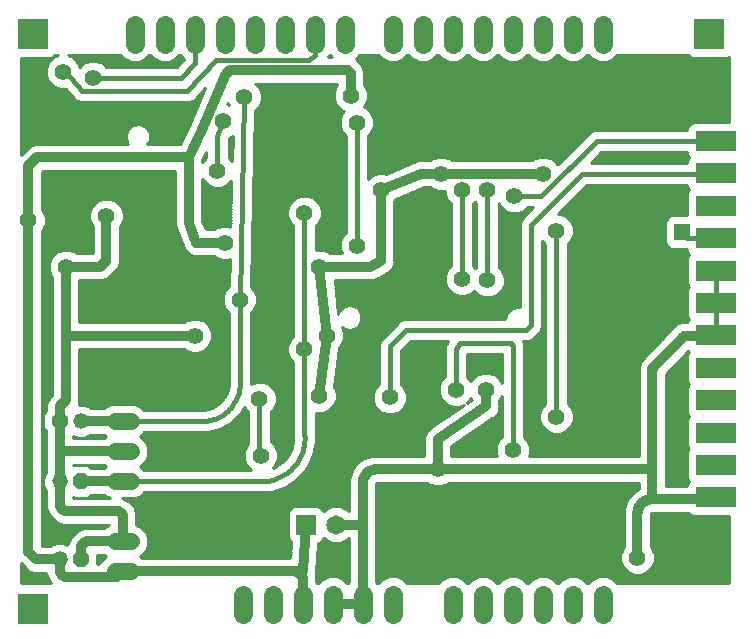
<source format=gbl>
G75*
G70*
%OFA0B0*%
%FSLAX24Y24*%
%IPPOS*%
%LPD*%
%AMOC8*
5,1,8,0,0,1.08239X$1,22.5*
%
%ADD10C,0.0640*%
%ADD11C,0.0560*%
%ADD12OC8,0.0520*%
%ADD13C,0.0520*%
%ADD14R,0.1378X0.0669*%
%ADD15C,0.0650*%
%ADD16R,0.0650X0.0650*%
%ADD17C,0.0320*%
%ADD18C,0.0560*%
%ADD19C,0.0160*%
%ADD20R,0.0560X0.0560*%
%ADD21R,0.1000X0.1000*%
%ADD22C,0.0100*%
D10*
X011181Y000781D02*
X011181Y001421D01*
X012181Y001421D02*
X012181Y000781D01*
X013181Y000781D02*
X013181Y001421D01*
X014181Y001421D02*
X014181Y000781D01*
X015181Y000781D02*
X015181Y001421D01*
X016181Y001421D02*
X016181Y000781D01*
X018181Y000781D02*
X018181Y001421D01*
X019181Y001421D02*
X019181Y000781D01*
X020181Y000781D02*
X020181Y001421D01*
X021181Y001421D02*
X021181Y000781D01*
X022181Y000781D02*
X022181Y001421D01*
X023181Y001421D02*
X023181Y000781D01*
X023181Y019781D02*
X023181Y020421D01*
X022181Y020421D02*
X022181Y019781D01*
X021181Y019781D02*
X021181Y020421D01*
X020181Y020421D02*
X020181Y019781D01*
X019181Y019781D02*
X019181Y020421D01*
X018181Y020421D02*
X018181Y019781D01*
X017181Y019781D02*
X017181Y020421D01*
X016181Y020421D02*
X016181Y019781D01*
X014581Y019781D02*
X014581Y020421D01*
X013581Y020421D02*
X013581Y019781D01*
X012581Y019781D02*
X012581Y020421D01*
X011581Y020421D02*
X011581Y019781D01*
X010581Y019781D02*
X010581Y020421D01*
X009581Y020421D02*
X009581Y019781D01*
X008581Y019781D02*
X008581Y020421D01*
X007581Y020421D02*
X007581Y019781D01*
D11*
X007461Y007201D02*
X006901Y007201D01*
X006901Y006201D02*
X007461Y006201D01*
X007461Y005201D02*
X006901Y005201D01*
X006901Y003201D02*
X007461Y003201D01*
X007461Y002201D02*
X006901Y002201D01*
D12*
X005781Y002601D03*
X005781Y005201D03*
X005081Y007201D03*
D13*
X005781Y007201D03*
X005081Y005201D03*
X005081Y002601D03*
D14*
X026951Y004661D03*
X026951Y005741D03*
X026951Y006821D03*
X026951Y007901D03*
X026951Y008981D03*
X026951Y010061D03*
X026951Y011141D03*
X026951Y012221D03*
X026951Y013301D03*
X026951Y014381D03*
X026951Y015461D03*
X026951Y016541D03*
D15*
X014281Y003751D03*
D16*
X013281Y003751D03*
D17*
X013181Y002201D01*
X012881Y002201D01*
X007181Y002201D01*
X006981Y002001D02*
X005331Y002001D01*
X005301Y002003D01*
X005271Y002008D01*
X005242Y002017D01*
X005215Y002030D01*
X005189Y002045D01*
X005165Y002064D01*
X005144Y002085D01*
X005125Y002109D01*
X005110Y002135D01*
X005097Y002162D01*
X005088Y002191D01*
X005083Y002221D01*
X005081Y002251D01*
X005081Y002601D01*
X004281Y002601D01*
X004031Y002851D01*
X004031Y013901D01*
X004031Y015701D01*
X004331Y016001D01*
X009381Y016001D01*
X009381Y013801D01*
X009631Y013151D01*
X010581Y013151D01*
X013731Y012351D02*
X015431Y012351D01*
X015781Y012551D01*
X015781Y014901D01*
X017131Y015451D01*
X017781Y015451D01*
X021181Y015451D01*
X014781Y018051D02*
X014781Y018801D01*
X014681Y018901D02*
X010881Y018901D01*
X010851Y018905D01*
X010820Y018906D01*
X010789Y018903D01*
X010759Y018896D01*
X010730Y018885D01*
X010703Y018871D01*
X010677Y018854D01*
X010654Y018834D01*
X010633Y018811D01*
X010615Y018786D01*
X010600Y018759D01*
X010589Y018731D01*
X010581Y018701D01*
X009781Y016851D01*
X009381Y016001D01*
X006631Y014051D02*
X006631Y012551D01*
X006431Y012351D01*
X005281Y012351D01*
X005281Y010051D01*
X005281Y007901D01*
X005081Y007701D01*
X005081Y007201D01*
X005081Y006201D01*
X007181Y006201D01*
X007181Y005201D02*
X005781Y005201D01*
X005081Y005201D02*
X005081Y004451D01*
X005083Y004421D01*
X005088Y004391D01*
X005097Y004362D01*
X005110Y004335D01*
X005125Y004309D01*
X005144Y004285D01*
X005165Y004264D01*
X005189Y004245D01*
X005215Y004230D01*
X005242Y004217D01*
X005271Y004208D01*
X005301Y004203D01*
X005331Y004201D01*
X006981Y004201D01*
X007007Y004199D01*
X007033Y004194D01*
X007058Y004186D01*
X007081Y004174D01*
X007103Y004160D01*
X007122Y004142D01*
X007140Y004123D01*
X007154Y004101D01*
X007166Y004078D01*
X007174Y004053D01*
X007179Y004027D01*
X007181Y004001D01*
X007181Y003201D01*
X006031Y003201D01*
X006001Y003199D01*
X005971Y003194D01*
X005942Y003185D01*
X005915Y003172D01*
X005889Y003157D01*
X005865Y003138D01*
X005844Y003117D01*
X005825Y003093D01*
X005810Y003067D01*
X005797Y003040D01*
X005788Y003011D01*
X005783Y002981D01*
X005781Y002951D01*
X005781Y002601D01*
X005081Y005201D02*
X005081Y006201D01*
X005781Y007201D02*
X007181Y007201D01*
X005281Y010051D02*
X009581Y010051D01*
X013981Y010051D02*
X013731Y008051D01*
X013981Y010051D02*
X013731Y012351D01*
X019281Y008251D02*
X019281Y007701D01*
X017681Y006601D01*
X017681Y005601D01*
X024831Y005601D01*
X024831Y004651D01*
X024881Y004601D02*
X027341Y004601D01*
X024781Y004601D02*
X024740Y004597D01*
X024699Y004590D01*
X024659Y004579D01*
X024620Y004564D01*
X024582Y004546D01*
X024547Y004525D01*
X024513Y004501D01*
X024481Y004474D01*
X024452Y004444D01*
X024426Y004412D01*
X024402Y004378D01*
X024382Y004342D01*
X024365Y004304D01*
X024351Y004265D01*
X024340Y004225D01*
X024334Y004184D01*
X024330Y004143D01*
X024331Y004101D01*
X024331Y002651D01*
X024831Y005601D02*
X024831Y008951D01*
X025881Y010051D01*
X026951Y010061D01*
X017681Y005601D02*
X015631Y005601D01*
X015589Y005599D01*
X015548Y005593D01*
X015508Y005584D01*
X015468Y005571D01*
X015430Y005554D01*
X015394Y005534D01*
X015360Y005510D01*
X015328Y005484D01*
X015298Y005454D01*
X015272Y005422D01*
X015248Y005388D01*
X015228Y005352D01*
X015211Y005314D01*
X015198Y005274D01*
X015189Y005234D01*
X015183Y005193D01*
X015181Y005151D01*
X015181Y003751D01*
X014281Y003751D01*
X015181Y003751D02*
X015181Y001101D01*
X014181Y001101D01*
X013181Y001101D02*
X013181Y001901D01*
X013179Y001935D01*
X013173Y001968D01*
X013164Y002000D01*
X013151Y002031D01*
X013135Y002061D01*
X013116Y002088D01*
X013093Y002113D01*
X013068Y002136D01*
X013041Y002155D01*
X013011Y002171D01*
X012980Y002184D01*
X012948Y002193D01*
X012915Y002199D01*
X012881Y002201D01*
D18*
X017681Y005601D03*
X020181Y006251D03*
X021631Y007351D03*
X019281Y008251D03*
X018281Y008251D03*
X016081Y008001D03*
X013731Y008051D03*
X011731Y007951D03*
X011781Y006051D03*
X013231Y009601D03*
X013981Y010051D03*
X011081Y011251D03*
X009581Y010051D03*
X013731Y012351D03*
X014981Y013051D03*
X013231Y014151D03*
X015781Y014901D03*
X017781Y015451D03*
X018481Y014901D03*
X019331Y014901D03*
X020231Y014701D03*
X021181Y015451D03*
X021631Y013551D03*
X019331Y011901D03*
X018481Y011951D03*
X014981Y017151D03*
X014781Y018051D03*
X011231Y018011D03*
X010531Y017201D03*
X010331Y015551D03*
X010581Y013151D03*
X006631Y014051D03*
X005281Y012351D03*
X004031Y013901D03*
X006181Y018651D03*
X005181Y018851D03*
X024331Y002651D03*
D19*
X026951Y004661D02*
X026977Y004678D01*
X027005Y004692D01*
X027035Y004703D01*
X027065Y004710D01*
X027096Y004714D01*
X027127Y004715D01*
X027158Y004712D01*
X027189Y004705D01*
X027219Y004695D01*
X027247Y004682D01*
X027274Y004666D01*
X027299Y004647D01*
X027321Y004625D01*
X027341Y004601D01*
X024881Y004601D02*
X024831Y004651D01*
X024881Y004601D02*
X024781Y004601D01*
X021631Y007351D02*
X021631Y013551D01*
X020781Y013751D02*
X022481Y015451D01*
X027391Y015451D01*
X026951Y015461D01*
X026951Y016541D02*
X022971Y016541D01*
X021131Y014701D01*
X020231Y014701D01*
X019331Y014901D02*
X019331Y011901D01*
X018481Y011951D02*
X018481Y014901D01*
X020781Y013751D02*
X020781Y010401D01*
X020631Y010251D01*
X016631Y010251D01*
X016081Y009701D01*
X016081Y008001D01*
X018281Y008251D02*
X018281Y009601D01*
X018431Y009801D01*
X020131Y009801D01*
X020181Y009701D01*
X020181Y006251D01*
X026951Y010061D02*
X026951Y011141D01*
X026951Y012221D01*
X026951Y013301D02*
X025981Y013301D01*
X025831Y013501D01*
X021231Y015451D02*
X021181Y015451D01*
X014981Y017151D02*
X014981Y013051D01*
X013231Y014151D02*
X013231Y009601D01*
X013231Y006751D01*
X013234Y006675D01*
X013233Y006599D01*
X013228Y006523D01*
X013220Y006447D01*
X013207Y006372D01*
X013191Y006298D01*
X013170Y006225D01*
X013146Y006153D01*
X013118Y006082D01*
X013086Y006013D01*
X013051Y005945D01*
X013012Y005880D01*
X012970Y005816D01*
X012925Y005755D01*
X012877Y005697D01*
X012825Y005641D01*
X012771Y005587D01*
X012714Y005537D01*
X012654Y005490D01*
X012592Y005446D01*
X012528Y005405D01*
X012462Y005367D01*
X012394Y005334D01*
X012324Y005303D01*
X012253Y005277D01*
X012180Y005254D01*
X012106Y005235D01*
X012032Y005220D01*
X011957Y005209D01*
X011881Y005201D01*
X007181Y005201D01*
X007181Y007201D02*
X009781Y007201D01*
X009851Y007203D01*
X009922Y007209D01*
X009991Y007218D01*
X010060Y007231D01*
X010129Y007248D01*
X010196Y007269D01*
X010262Y007293D01*
X010327Y007321D01*
X010390Y007352D01*
X010451Y007387D01*
X010511Y007425D01*
X010568Y007466D01*
X010623Y007510D01*
X010675Y007557D01*
X010725Y007607D01*
X010772Y007659D01*
X010816Y007714D01*
X010857Y007771D01*
X010895Y007831D01*
X010930Y007892D01*
X010961Y007955D01*
X010989Y008020D01*
X011013Y008086D01*
X011034Y008153D01*
X011051Y008222D01*
X011064Y008291D01*
X011073Y008360D01*
X011079Y008431D01*
X011081Y008501D01*
X011081Y011251D01*
X011231Y018011D01*
X010531Y017201D02*
X010331Y016701D01*
X010331Y015551D01*
X009331Y018201D02*
X010281Y019251D01*
X013381Y019251D01*
X013581Y019401D01*
X013581Y020101D01*
X014681Y018901D02*
X014781Y018801D01*
X009581Y019151D02*
X009581Y020101D01*
X009581Y019151D02*
X009131Y018651D01*
X006181Y018651D01*
X005831Y018201D02*
X009331Y018201D01*
X005831Y018201D02*
X005281Y018851D01*
X005181Y018851D01*
X011731Y007951D02*
X011731Y006101D01*
X011781Y006051D01*
X007181Y002201D02*
X007179Y002175D01*
X007174Y002149D01*
X007166Y002124D01*
X007154Y002101D01*
X007140Y002079D01*
X007122Y002060D01*
X007103Y002042D01*
X007081Y002028D01*
X007058Y002016D01*
X007033Y002008D01*
X007007Y002003D01*
X006981Y002001D01*
D20*
X025831Y013501D03*
D21*
X026731Y020101D03*
X004181Y020101D03*
X004181Y000951D03*
D22*
X003781Y001801D02*
X003781Y002464D01*
X003899Y002346D01*
X004026Y002219D01*
X004191Y002151D01*
X004631Y002151D01*
X004631Y002112D01*
X004631Y002112D01*
X004737Y001854D01*
X004791Y001801D01*
X003781Y001801D01*
X003781Y001875D02*
X004729Y001875D01*
X004737Y001854D02*
X004737Y001854D01*
X004688Y001973D02*
X003781Y001973D01*
X003781Y002072D02*
X004647Y002072D01*
X004144Y002170D02*
X003781Y002170D01*
X003781Y002269D02*
X003976Y002269D01*
X003878Y002367D02*
X003781Y002367D01*
X004481Y003051D02*
X004481Y013545D01*
X004514Y013578D01*
X004601Y013787D01*
X004601Y014014D01*
X004514Y014224D01*
X004481Y014257D01*
X004481Y015514D01*
X004517Y015551D01*
X008931Y015551D01*
X008931Y013806D01*
X008928Y013723D01*
X008931Y013717D01*
X008931Y013711D01*
X008963Y013634D01*
X009181Y013067D01*
X009181Y013061D01*
X009212Y012984D01*
X009243Y012906D01*
X009247Y012901D01*
X009249Y012896D01*
X009308Y012837D01*
X009366Y012776D01*
X009371Y012774D01*
X009376Y012769D01*
X009453Y012737D01*
X009530Y012703D01*
X009536Y012703D01*
X009541Y012701D01*
X009625Y012701D01*
X009709Y012699D01*
X009714Y012701D01*
X010224Y012701D01*
X010258Y012668D01*
X010467Y012581D01*
X010694Y012581D01*
X010740Y012600D01*
X010720Y011697D01*
X010597Y011574D01*
X010511Y011364D01*
X010511Y011137D01*
X010597Y010928D01*
X010711Y010815D01*
X010711Y008574D01*
X010711Y008501D01*
X010703Y008379D01*
X010640Y008145D01*
X010518Y007935D01*
X010347Y007763D01*
X010136Y007642D01*
X009902Y007579D01*
X009781Y007571D01*
X009707Y007571D01*
X007897Y007571D01*
X007783Y007684D01*
X007574Y007771D01*
X006787Y007771D01*
X006578Y007684D01*
X006544Y007651D01*
X006108Y007651D01*
X006092Y007667D01*
X005890Y007751D01*
X005705Y007751D01*
X005731Y007811D01*
X005731Y007990D01*
X005731Y009601D01*
X009224Y009601D01*
X009258Y009568D01*
X009467Y009481D01*
X009694Y009481D01*
X009903Y009568D01*
X010064Y009728D01*
X010151Y009937D01*
X010151Y010164D01*
X010064Y010374D01*
X009903Y010534D01*
X009694Y010621D01*
X009467Y010621D01*
X009258Y010534D01*
X009224Y010501D01*
X005731Y010501D01*
X005731Y011901D01*
X006520Y011901D01*
X006685Y011969D01*
X006812Y012096D01*
X007012Y012296D01*
X007081Y012461D01*
X007081Y012640D01*
X007081Y013695D01*
X007114Y013728D01*
X007201Y013937D01*
X007201Y014164D01*
X007114Y014374D01*
X006953Y014534D01*
X006744Y014621D01*
X006517Y014621D01*
X006308Y014534D01*
X006147Y014374D01*
X006061Y014164D01*
X006061Y013937D01*
X006147Y013728D01*
X006181Y013695D01*
X006181Y012801D01*
X005637Y012801D01*
X005603Y012834D01*
X005394Y012921D01*
X005167Y012921D01*
X004958Y012834D01*
X004797Y012674D01*
X004711Y012464D01*
X004711Y012237D01*
X004797Y012028D01*
X004831Y011995D01*
X004831Y010140D01*
X004831Y008087D01*
X004826Y008082D01*
X004699Y007956D01*
X004631Y007790D01*
X004631Y007529D01*
X004531Y007429D01*
X004531Y006973D01*
X004631Y006873D01*
X004631Y006290D01*
X004631Y006111D01*
X004631Y005529D01*
X004614Y005512D01*
X004531Y005310D01*
X004531Y005091D01*
X004614Y004889D01*
X004631Y004873D01*
X004631Y004540D01*
X004631Y004528D01*
X004631Y004361D01*
X004631Y004312D01*
X004631Y004312D01*
X004737Y004054D01*
X004934Y003857D01*
X005191Y003751D01*
X005191Y003751D01*
X005331Y003751D01*
X006731Y003751D01*
X006731Y003747D01*
X006578Y003684D01*
X006544Y003651D01*
X005941Y003651D01*
X005891Y003651D01*
X005634Y003544D01*
X005437Y003347D01*
X005331Y003092D01*
X005190Y003151D01*
X004971Y003151D01*
X004769Y003067D01*
X004753Y003051D01*
X004481Y003051D01*
X004481Y003057D02*
X004759Y003057D01*
X004481Y003156D02*
X005358Y003156D01*
X005399Y003254D02*
X004481Y003254D01*
X004481Y003353D02*
X005443Y003353D01*
X005437Y003347D02*
X005437Y003347D01*
X005541Y003451D02*
X004481Y003451D01*
X004481Y003550D02*
X005648Y003550D01*
X005634Y003544D02*
X005634Y003544D01*
X005886Y003648D02*
X004481Y003648D01*
X004481Y003747D02*
X006730Y003747D01*
X005891Y003651D02*
X005891Y003651D01*
X004963Y003845D02*
X004481Y003845D01*
X004481Y003944D02*
X004847Y003944D01*
X004934Y003857D02*
X004934Y003857D01*
X004749Y004043D02*
X004481Y004043D01*
X004481Y004141D02*
X004701Y004141D01*
X004737Y004054D02*
X004737Y004054D01*
X004660Y004240D02*
X004481Y004240D01*
X004481Y004338D02*
X004631Y004338D01*
X004631Y004437D02*
X004481Y004437D01*
X004481Y004535D02*
X004631Y004535D01*
X004631Y004634D02*
X004481Y004634D01*
X004481Y004732D02*
X004631Y004732D01*
X004631Y004831D02*
X004481Y004831D01*
X004481Y004929D02*
X004598Y004929D01*
X004557Y005028D02*
X004481Y005028D01*
X004481Y005126D02*
X004531Y005126D01*
X004531Y005225D02*
X004481Y005225D01*
X004481Y005324D02*
X004536Y005324D01*
X004577Y005422D02*
X004481Y005422D01*
X004481Y005521D02*
X004623Y005521D01*
X004631Y005619D02*
X004481Y005619D01*
X004481Y005718D02*
X004631Y005718D01*
X004631Y005816D02*
X004481Y005816D01*
X004481Y005915D02*
X004631Y005915D01*
X004631Y006013D02*
X004481Y006013D01*
X004481Y006112D02*
X004631Y006112D01*
X004631Y006210D02*
X004481Y006210D01*
X004481Y006309D02*
X004631Y006309D01*
X004631Y006408D02*
X004481Y006408D01*
X004481Y006506D02*
X004631Y006506D01*
X004631Y006605D02*
X004481Y006605D01*
X004481Y006703D02*
X004631Y006703D01*
X004631Y006802D02*
X004481Y006802D01*
X004481Y006900D02*
X004603Y006900D01*
X004531Y006999D02*
X004481Y006999D01*
X004481Y007097D02*
X004531Y007097D01*
X004531Y007196D02*
X004481Y007196D01*
X004481Y007294D02*
X004531Y007294D01*
X004531Y007393D02*
X004481Y007393D01*
X004481Y007492D02*
X004594Y007492D01*
X004631Y007590D02*
X004481Y007590D01*
X004481Y007689D02*
X004631Y007689D01*
X004631Y007787D02*
X004481Y007787D01*
X004481Y007886D02*
X004670Y007886D01*
X004728Y007984D02*
X004481Y007984D01*
X004481Y008083D02*
X004826Y008083D01*
X004831Y008181D02*
X004481Y008181D01*
X004481Y008280D02*
X004831Y008280D01*
X004831Y008378D02*
X004481Y008378D01*
X004481Y008477D02*
X004831Y008477D01*
X004831Y008576D02*
X004481Y008576D01*
X004481Y008674D02*
X004831Y008674D01*
X004831Y008773D02*
X004481Y008773D01*
X004481Y008871D02*
X004831Y008871D01*
X004831Y008970D02*
X004481Y008970D01*
X004481Y009068D02*
X004831Y009068D01*
X004831Y009167D02*
X004481Y009167D01*
X004481Y009265D02*
X004831Y009265D01*
X004831Y009364D02*
X004481Y009364D01*
X004481Y009462D02*
X004831Y009462D01*
X004831Y009561D02*
X004481Y009561D01*
X004481Y009659D02*
X004831Y009659D01*
X004831Y009758D02*
X004481Y009758D01*
X004481Y009857D02*
X004831Y009857D01*
X004831Y009955D02*
X004481Y009955D01*
X004481Y010054D02*
X004831Y010054D01*
X004831Y010152D02*
X004481Y010152D01*
X004481Y010251D02*
X004831Y010251D01*
X004831Y010349D02*
X004481Y010349D01*
X004481Y010448D02*
X004831Y010448D01*
X004831Y010546D02*
X004481Y010546D01*
X004481Y010645D02*
X004831Y010645D01*
X004831Y010743D02*
X004481Y010743D01*
X004481Y010842D02*
X004831Y010842D01*
X004831Y010941D02*
X004481Y010941D01*
X004481Y011039D02*
X004831Y011039D01*
X004831Y011138D02*
X004481Y011138D01*
X004481Y011236D02*
X004831Y011236D01*
X004831Y011335D02*
X004481Y011335D01*
X004481Y011433D02*
X004831Y011433D01*
X004831Y011532D02*
X004481Y011532D01*
X004481Y011630D02*
X004831Y011630D01*
X004831Y011729D02*
X004481Y011729D01*
X004481Y011827D02*
X004831Y011827D01*
X004831Y011926D02*
X004481Y011926D01*
X004481Y012025D02*
X004801Y012025D01*
X004758Y012123D02*
X004481Y012123D01*
X004481Y012222D02*
X004717Y012222D01*
X004711Y012320D02*
X004481Y012320D01*
X004481Y012419D02*
X004711Y012419D01*
X004733Y012517D02*
X004481Y012517D01*
X004481Y012616D02*
X004773Y012616D01*
X004838Y012714D02*
X004481Y012714D01*
X004481Y012813D02*
X004937Y012813D01*
X005145Y012911D02*
X004481Y012911D01*
X004481Y013010D02*
X006181Y013010D01*
X006181Y013109D02*
X004481Y013109D01*
X004481Y013207D02*
X006181Y013207D01*
X006181Y013306D02*
X004481Y013306D01*
X004481Y013404D02*
X006181Y013404D01*
X006181Y013503D02*
X004481Y013503D01*
X004523Y013601D02*
X006181Y013601D01*
X006175Y013700D02*
X004564Y013700D01*
X004601Y013798D02*
X006118Y013798D01*
X006077Y013897D02*
X004601Y013897D01*
X004601Y013995D02*
X006061Y013995D01*
X006061Y014094D02*
X004567Y014094D01*
X004527Y014192D02*
X006072Y014192D01*
X006113Y014291D02*
X004481Y014291D01*
X004481Y014390D02*
X006163Y014390D01*
X006262Y014488D02*
X004481Y014488D01*
X004481Y014587D02*
X006435Y014587D01*
X006826Y014587D02*
X008931Y014587D01*
X008931Y014685D02*
X004481Y014685D01*
X004481Y014784D02*
X008931Y014784D01*
X008931Y014882D02*
X004481Y014882D01*
X004481Y014981D02*
X008931Y014981D01*
X008931Y015079D02*
X004481Y015079D01*
X004481Y015178D02*
X008931Y015178D01*
X008931Y015276D02*
X004481Y015276D01*
X004481Y015375D02*
X008931Y015375D01*
X008931Y015474D02*
X004481Y015474D01*
X003781Y016087D02*
X003781Y019311D01*
X004738Y019311D01*
X004845Y019355D01*
X004891Y019401D01*
X005019Y019401D01*
X004858Y019334D01*
X004697Y019174D01*
X004611Y018964D01*
X004611Y018737D01*
X004697Y018528D01*
X004858Y018368D01*
X005067Y018281D01*
X005278Y018281D01*
X005511Y018006D01*
X005517Y017991D01*
X005558Y017950D01*
X005596Y017906D01*
X005610Y017898D01*
X005621Y017887D01*
X005675Y017865D01*
X005726Y017838D01*
X005742Y017837D01*
X005757Y017831D01*
X005815Y017831D01*
X005873Y017826D01*
X005888Y017831D01*
X009266Y017831D01*
X009275Y017828D01*
X009340Y017831D01*
X009404Y017831D01*
X009413Y017834D01*
X009423Y017835D01*
X009481Y017863D01*
X009540Y017887D01*
X009547Y017894D01*
X009556Y017898D01*
X009599Y017946D01*
X009644Y017991D01*
X009648Y018000D01*
X009915Y018295D01*
X009370Y017035D01*
X009095Y016451D01*
X007993Y016451D01*
X008079Y016584D01*
X008079Y016818D01*
X007952Y017014D01*
X007740Y017112D01*
X007508Y017078D01*
X007331Y016925D01*
X007266Y016701D01*
X007331Y016476D01*
X007361Y016451D01*
X004241Y016451D01*
X004076Y016382D01*
X003949Y016256D01*
X003781Y016087D01*
X003781Y016163D02*
X003857Y016163D01*
X003781Y016262D02*
X003955Y016262D01*
X004054Y016360D02*
X003781Y016360D01*
X003781Y016459D02*
X007352Y016459D01*
X007308Y016558D02*
X003781Y016558D01*
X003781Y016656D02*
X007279Y016656D01*
X007281Y016755D02*
X003781Y016755D01*
X003781Y016853D02*
X007310Y016853D01*
X007362Y016952D02*
X003781Y016952D01*
X003781Y017050D02*
X007476Y017050D01*
X007874Y017050D02*
X009377Y017050D01*
X009419Y017149D02*
X003781Y017149D01*
X003781Y017247D02*
X009462Y017247D01*
X009504Y017346D02*
X003781Y017346D01*
X003781Y017444D02*
X009547Y017444D01*
X009590Y017543D02*
X003781Y017543D01*
X003781Y017641D02*
X009632Y017641D01*
X009675Y017740D02*
X003781Y017740D01*
X003781Y017839D02*
X005726Y017839D01*
X005569Y017937D02*
X003781Y017937D01*
X003781Y018036D02*
X005486Y018036D01*
X005402Y018134D02*
X003781Y018134D01*
X003781Y018233D02*
X005319Y018233D01*
X004945Y018331D02*
X003781Y018331D01*
X003781Y018430D02*
X004795Y018430D01*
X004697Y018528D02*
X003781Y018528D01*
X003781Y018627D02*
X004656Y018627D01*
X004615Y018725D02*
X003781Y018725D01*
X003781Y018824D02*
X004611Y018824D01*
X004611Y018923D02*
X003781Y018923D01*
X003781Y019021D02*
X004634Y019021D01*
X004675Y019120D02*
X003781Y019120D01*
X003781Y019218D02*
X004742Y019218D01*
X004753Y019317D02*
X004840Y019317D01*
X005342Y019401D02*
X005503Y019334D01*
X005664Y019174D01*
X005732Y019008D01*
X005858Y019134D01*
X006067Y019221D01*
X006294Y019221D01*
X006503Y019134D01*
X006617Y019021D01*
X008966Y019021D01*
X006616Y019021D01*
X006518Y019120D02*
X009055Y019120D01*
X009144Y019218D02*
X008816Y019218D01*
X008926Y019264D02*
X009063Y019401D01*
X009098Y019401D01*
X009208Y019290D01*
X008966Y019021D01*
X008926Y019264D02*
X008702Y019171D01*
X008459Y019171D01*
X008235Y019264D01*
X008098Y019401D01*
X008063Y019401D01*
X007926Y019264D01*
X007702Y019171D01*
X007459Y019171D01*
X007235Y019264D01*
X007098Y019401D01*
X005342Y019401D01*
X005521Y019317D02*
X007182Y019317D01*
X007345Y019218D02*
X006300Y019218D01*
X006061Y019218D02*
X005619Y019218D01*
X005686Y019120D02*
X005843Y019120D01*
X005745Y019021D02*
X005727Y019021D01*
X007816Y019218D02*
X008345Y019218D01*
X008182Y019317D02*
X007979Y019317D01*
X008979Y019317D02*
X009182Y019317D01*
X009858Y018233D02*
X009888Y018233D01*
X009845Y018134D02*
X009769Y018134D01*
X009803Y018036D02*
X009680Y018036D01*
X009760Y017937D02*
X009591Y017937D01*
X009717Y017839D02*
X009430Y017839D01*
X010665Y017762D02*
X010691Y017823D01*
X010727Y017736D01*
X010665Y017762D01*
X010718Y017740D02*
X010726Y017740D01*
X011591Y017565D02*
X011714Y017688D01*
X011801Y017897D01*
X011801Y018124D01*
X011714Y018334D01*
X011597Y018451D01*
X014331Y018451D01*
X014331Y018407D01*
X014297Y018374D01*
X014211Y018164D01*
X014211Y017937D01*
X011801Y017937D01*
X011801Y018036D02*
X014211Y018036D01*
X014211Y018134D02*
X011796Y018134D01*
X011756Y018233D02*
X014239Y018233D01*
X014280Y018331D02*
X011715Y018331D01*
X011618Y018430D02*
X014331Y018430D01*
X014211Y017937D02*
X014297Y017728D01*
X014458Y017568D01*
X014552Y017528D01*
X014497Y017474D01*
X014411Y017264D01*
X014411Y017037D01*
X014497Y016828D01*
X014611Y016715D01*
X014611Y013487D01*
X014497Y013374D01*
X014411Y013164D01*
X014411Y012937D01*
X014467Y012801D01*
X014087Y012801D01*
X014053Y012834D01*
X013844Y012921D01*
X013617Y012921D01*
X013601Y012914D01*
X013601Y013715D01*
X013714Y013828D01*
X013801Y014037D01*
X013801Y014264D01*
X013714Y014474D01*
X013553Y014634D01*
X013344Y014721D01*
X013117Y014721D01*
X012908Y014634D01*
X012747Y014474D01*
X012661Y014264D01*
X012661Y014037D01*
X012747Y013828D01*
X012861Y013715D01*
X012861Y010037D01*
X012747Y009924D01*
X012661Y009714D01*
X012661Y009487D01*
X012747Y009278D01*
X012861Y009165D01*
X012861Y006811D01*
X012856Y006799D01*
X012861Y006738D01*
X012861Y006677D01*
X012862Y006675D01*
X012862Y006584D01*
X012808Y006306D01*
X012683Y006052D01*
X012498Y005839D01*
X012263Y005681D01*
X012192Y005656D01*
X012264Y005728D01*
X012351Y005937D01*
X012351Y006164D01*
X012264Y006374D01*
X012103Y006534D01*
X012101Y006535D01*
X012101Y007515D01*
X012214Y007628D01*
X012301Y007837D01*
X012301Y008064D01*
X012214Y008274D01*
X012053Y008434D01*
X011844Y008521D01*
X011617Y008521D01*
X011451Y008452D01*
X011451Y008501D01*
X011451Y008574D01*
X011451Y010815D01*
X011564Y010928D01*
X011651Y011137D01*
X011651Y011364D01*
X011564Y011574D01*
X011460Y011677D01*
X011591Y017565D01*
X011590Y017543D02*
X014517Y017543D01*
X014485Y017444D02*
X011588Y017444D01*
X011586Y017346D02*
X014444Y017346D01*
X014411Y017247D02*
X011584Y017247D01*
X011581Y017149D02*
X014411Y017149D01*
X014411Y017050D02*
X011579Y017050D01*
X011577Y016952D02*
X014446Y016952D01*
X014487Y016853D02*
X011575Y016853D01*
X011573Y016755D02*
X014571Y016755D01*
X014611Y016656D02*
X011571Y016656D01*
X011568Y016558D02*
X014611Y016558D01*
X014611Y016459D02*
X011566Y016459D01*
X011564Y016360D02*
X014611Y016360D01*
X014611Y016262D02*
X011562Y016262D01*
X011560Y016163D02*
X014611Y016163D01*
X014611Y016065D02*
X011557Y016065D01*
X011555Y015966D02*
X014611Y015966D01*
X014611Y015868D02*
X011553Y015868D01*
X011551Y015769D02*
X014611Y015769D01*
X014611Y015671D02*
X011549Y015671D01*
X011546Y015572D02*
X014611Y015572D01*
X014611Y015474D02*
X011544Y015474D01*
X011542Y015375D02*
X014611Y015375D01*
X014611Y015276D02*
X011540Y015276D01*
X011538Y015178D02*
X014611Y015178D01*
X014611Y015079D02*
X011536Y015079D01*
X011533Y014981D02*
X014611Y014981D01*
X014611Y014882D02*
X011531Y014882D01*
X011529Y014784D02*
X014611Y014784D01*
X014611Y014685D02*
X013430Y014685D01*
X013601Y014587D02*
X014611Y014587D01*
X014611Y014488D02*
X013699Y014488D01*
X013749Y014390D02*
X014611Y014390D01*
X014611Y014291D02*
X013789Y014291D01*
X013801Y014192D02*
X014611Y014192D01*
X014611Y014094D02*
X013801Y014094D01*
X013783Y013995D02*
X014611Y013995D01*
X014611Y013897D02*
X013742Y013897D01*
X013684Y013798D02*
X014611Y013798D01*
X014611Y013700D02*
X013601Y013700D01*
X013601Y013601D02*
X014611Y013601D01*
X014611Y013503D02*
X013601Y013503D01*
X013601Y013404D02*
X014528Y013404D01*
X014469Y013306D02*
X013601Y013306D01*
X013601Y013207D02*
X014428Y013207D01*
X014411Y013109D02*
X013601Y013109D01*
X013601Y013010D02*
X014411Y013010D01*
X014421Y012911D02*
X013866Y012911D01*
X014075Y012813D02*
X014462Y012813D01*
X014232Y011901D02*
X015370Y011901D01*
X015398Y011893D01*
X015459Y011901D01*
X015520Y011901D01*
X015547Y011912D01*
X015576Y011916D01*
X015629Y011946D01*
X015685Y011969D01*
X015706Y011990D01*
X015979Y012146D01*
X016035Y012169D01*
X016056Y012190D01*
X016081Y012204D01*
X016119Y012253D01*
X016162Y012296D01*
X016173Y012323D01*
X016191Y012346D01*
X016207Y012405D01*
X016231Y012461D01*
X016231Y012491D01*
X016238Y012519D01*
X016231Y012579D01*
X016231Y014545D01*
X016264Y014578D01*
X016281Y014619D01*
X017219Y015001D01*
X017424Y015001D01*
X017458Y014968D01*
X017667Y014881D01*
X017894Y014881D01*
X017911Y014888D01*
X017911Y014787D01*
X017997Y014578D01*
X018111Y014465D01*
X018111Y012387D01*
X017997Y012274D01*
X017911Y012064D01*
X017911Y011837D01*
X017997Y011628D01*
X018158Y011468D01*
X018367Y011381D01*
X018594Y011381D01*
X018803Y011468D01*
X018881Y011545D01*
X019008Y011418D01*
X019217Y011331D01*
X019444Y011331D01*
X019653Y011418D01*
X019814Y011578D01*
X019901Y011787D01*
X019901Y012014D01*
X019814Y012224D01*
X019701Y012337D01*
X019701Y014465D01*
X019708Y014472D01*
X019747Y014378D01*
X019908Y014218D01*
X020117Y014131D01*
X020344Y014131D01*
X020553Y014218D01*
X020667Y014331D01*
X020837Y014331D01*
X020467Y013960D01*
X020411Y013824D01*
X020411Y013677D01*
X020411Y011002D01*
X020390Y011012D01*
X020158Y010978D01*
X019981Y010825D01*
X019921Y010621D01*
X016557Y010621D01*
X016421Y010564D01*
X016317Y010460D01*
X015767Y009910D01*
X015711Y009774D01*
X015711Y009627D01*
X015711Y008437D01*
X015597Y008324D01*
X015511Y008114D01*
X015511Y007887D01*
X015597Y007678D01*
X015758Y007518D01*
X015967Y007431D01*
X016194Y007431D01*
X016403Y007518D01*
X016564Y007678D01*
X016651Y007887D01*
X016651Y008114D01*
X016564Y008324D01*
X016451Y008437D01*
X016451Y009548D01*
X016784Y009881D01*
X018028Y009881D01*
X018000Y009844D01*
X017967Y009810D01*
X017957Y009785D01*
X017940Y009764D01*
X017929Y009718D01*
X017911Y009674D01*
X017911Y009647D01*
X017904Y009621D01*
X017911Y009574D01*
X017911Y008687D01*
X017797Y008574D01*
X017711Y008364D01*
X017711Y008137D01*
X017797Y007928D01*
X017958Y007768D01*
X018167Y007681D01*
X018394Y007681D01*
X018553Y007747D01*
X017465Y006998D01*
X017426Y006982D01*
X017392Y006948D01*
X017352Y006921D01*
X017329Y006886D01*
X017299Y006856D01*
X017281Y006811D01*
X017254Y006771D01*
X017247Y006729D01*
X017231Y006690D01*
X017231Y006642D01*
X017222Y006595D01*
X017231Y006553D01*
X017231Y006051D01*
X015541Y006051D01*
X015541Y006051D01*
X015488Y006051D01*
X015217Y005963D01*
X014986Y005795D01*
X014819Y005564D01*
X014731Y005293D01*
X014731Y005240D01*
X014731Y004201D01*
X014700Y004201D01*
X014629Y004272D01*
X014403Y004366D01*
X014158Y004366D01*
X013932Y004272D01*
X013866Y004206D01*
X013851Y004240D01*
X013770Y004322D01*
X013663Y004366D01*
X012898Y004366D01*
X012791Y004322D01*
X012710Y004240D01*
X012666Y004133D01*
X012666Y003368D01*
X012710Y003261D01*
X012791Y003180D01*
X012793Y003179D01*
X012759Y002651D01*
X007817Y002651D01*
X007783Y002684D01*
X007743Y002701D01*
X007783Y002718D01*
X007944Y002878D01*
X008031Y003087D01*
X008031Y003314D01*
X007944Y003524D01*
X007783Y003684D01*
X007631Y003747D01*
X007631Y004090D01*
X007631Y004130D01*
X007532Y004369D01*
X007349Y004552D01*
X007158Y004631D01*
X007574Y004631D01*
X007783Y004718D01*
X007897Y004831D01*
X011820Y004831D01*
X011833Y004827D01*
X011893Y004831D01*
X011954Y004831D01*
X011966Y004836D01*
X012145Y004848D01*
X012145Y004848D01*
X012600Y005004D01*
X012998Y005272D01*
X013313Y005634D01*
X013524Y006066D01*
X013616Y006537D01*
X013601Y006763D01*
X013601Y007488D01*
X013617Y007481D01*
X013844Y007481D01*
X014053Y007568D01*
X014214Y007728D01*
X014301Y007937D01*
X014301Y008164D01*
X014222Y008354D01*
X014384Y009648D01*
X014464Y009728D01*
X014551Y009937D01*
X014551Y010164D01*
X014476Y010345D01*
X014558Y010273D01*
X014790Y010240D01*
X015002Y010337D01*
X015129Y010534D01*
X015129Y010768D01*
X015002Y010964D01*
X014790Y011062D01*
X014558Y011028D01*
X014381Y010875D01*
X014354Y010781D01*
X014232Y011901D01*
X014240Y011827D02*
X017915Y011827D01*
X017911Y011926D02*
X015594Y011926D01*
X015767Y012025D02*
X017911Y012025D01*
X017935Y012123D02*
X015939Y012123D01*
X016095Y012222D02*
X017976Y012222D01*
X018044Y012320D02*
X016172Y012320D01*
X016213Y012419D02*
X018111Y012419D01*
X018111Y012517D02*
X016238Y012517D01*
X016231Y012616D02*
X018111Y012616D01*
X018111Y012714D02*
X016231Y012714D01*
X016231Y012813D02*
X018111Y012813D01*
X018111Y012911D02*
X016231Y012911D01*
X016231Y013010D02*
X018111Y013010D01*
X018111Y013109D02*
X016231Y013109D01*
X016231Y013207D02*
X018111Y013207D01*
X018111Y013306D02*
X016231Y013306D01*
X016231Y013404D02*
X018111Y013404D01*
X018111Y013503D02*
X016231Y013503D01*
X016231Y013601D02*
X018111Y013601D01*
X018111Y013700D02*
X016231Y013700D01*
X016231Y013798D02*
X018111Y013798D01*
X018111Y013897D02*
X016231Y013897D01*
X016231Y013995D02*
X018111Y013995D01*
X018111Y014094D02*
X016231Y014094D01*
X016231Y014192D02*
X018111Y014192D01*
X018111Y014291D02*
X016231Y014291D01*
X016231Y014390D02*
X018111Y014390D01*
X018087Y014488D02*
X016231Y014488D01*
X016267Y014587D02*
X017994Y014587D01*
X017953Y014685D02*
X016444Y014685D01*
X016686Y014784D02*
X017912Y014784D01*
X017898Y014882D02*
X017911Y014882D01*
X017664Y014882D02*
X016928Y014882D01*
X017170Y014981D02*
X017444Y014981D01*
X016478Y015671D02*
X015351Y015671D01*
X015351Y015769D02*
X016719Y015769D01*
X016960Y015867D02*
X015940Y015452D01*
X015894Y015471D01*
X015667Y015471D01*
X015458Y015384D01*
X015351Y015277D01*
X015351Y016715D01*
X015464Y016828D01*
X015551Y017037D01*
X015551Y017264D01*
X015464Y017474D01*
X015303Y017634D01*
X015209Y017673D01*
X015264Y017728D01*
X015351Y017937D01*
X015350Y017937D02*
X027381Y017937D01*
X027381Y017839D02*
X015310Y017839D01*
X015351Y017937D02*
X015351Y018164D01*
X015264Y018374D01*
X015231Y018407D01*
X015231Y018890D01*
X015162Y019056D01*
X015035Y019182D01*
X014940Y019278D01*
X015063Y019401D01*
X015698Y019401D01*
X015835Y019264D01*
X016059Y019171D01*
X016302Y019171D01*
X016526Y019264D01*
X016663Y019401D01*
X016698Y019401D01*
X016835Y019264D01*
X017059Y019171D01*
X017302Y019171D01*
X017526Y019264D01*
X017663Y019401D01*
X017698Y019401D01*
X017835Y019264D01*
X018059Y019171D01*
X018302Y019171D01*
X018526Y019264D01*
X018663Y019401D01*
X018698Y019401D01*
X018835Y019264D01*
X019059Y019171D01*
X019302Y019171D01*
X019526Y019264D01*
X019663Y019401D01*
X019698Y019401D01*
X019835Y019264D01*
X020059Y019171D01*
X020302Y019171D01*
X020526Y019264D01*
X020663Y019401D01*
X020698Y019401D01*
X020835Y019264D01*
X021059Y019171D01*
X021302Y019171D01*
X021526Y019264D01*
X021663Y019401D01*
X021698Y019401D01*
X021835Y019264D01*
X022059Y019171D01*
X022302Y019171D01*
X022526Y019264D01*
X022663Y019401D01*
X022698Y019401D01*
X022835Y019264D01*
X023059Y019171D01*
X023302Y019171D01*
X023526Y019264D01*
X023663Y019401D01*
X026020Y019401D01*
X026066Y019355D01*
X026173Y019311D01*
X027288Y019311D01*
X027381Y019349D01*
X027381Y017165D01*
X026204Y017165D01*
X026097Y017121D01*
X026016Y017040D01*
X025972Y016933D01*
X025972Y016911D01*
X023044Y016911D01*
X022897Y016911D01*
X022761Y016854D01*
X021669Y015762D01*
X021664Y015774D01*
X021503Y015934D01*
X021294Y016021D01*
X021067Y016021D01*
X020858Y015934D01*
X020824Y015901D01*
X018137Y015901D01*
X018103Y015934D01*
X017894Y016021D01*
X017667Y016021D01*
X017458Y015934D01*
X017424Y015901D01*
X017133Y015901D01*
X017044Y015901D01*
X017042Y015901D01*
X017041Y015901D01*
X016960Y015867D01*
X016961Y015868D02*
X015351Y015868D01*
X015351Y015966D02*
X017536Y015966D01*
X018026Y015966D02*
X020936Y015966D01*
X021426Y015966D02*
X021873Y015966D01*
X021774Y015868D02*
X021570Y015868D01*
X021666Y015769D02*
X021676Y015769D01*
X021971Y016065D02*
X015351Y016065D01*
X015351Y016163D02*
X022070Y016163D01*
X022168Y016262D02*
X015351Y016262D01*
X015351Y016360D02*
X022267Y016360D01*
X022366Y016459D02*
X015351Y016459D01*
X015351Y016558D02*
X022464Y016558D01*
X022563Y016656D02*
X015351Y016656D01*
X015390Y016755D02*
X022661Y016755D01*
X022760Y016853D02*
X015474Y016853D01*
X015515Y016952D02*
X025979Y016952D01*
X026026Y017050D02*
X015551Y017050D01*
X015551Y017149D02*
X026164Y017149D01*
X025972Y016171D02*
X023124Y016171D01*
X022774Y015821D01*
X025972Y015821D01*
X025972Y015853D01*
X026016Y015960D01*
X026057Y016001D01*
X026016Y016042D01*
X025972Y016148D01*
X025972Y016171D01*
X025972Y016163D02*
X023116Y016163D01*
X023018Y016065D02*
X026006Y016065D01*
X026022Y015966D02*
X022919Y015966D01*
X022821Y015868D02*
X025978Y015868D01*
X025972Y015081D02*
X025972Y015068D01*
X026016Y014962D01*
X026057Y014921D01*
X026016Y014880D01*
X025972Y014773D01*
X025972Y014071D01*
X025493Y014071D01*
X025386Y014027D01*
X025305Y013945D01*
X025261Y013838D01*
X025261Y013163D01*
X025305Y013056D01*
X025386Y012975D01*
X025493Y012931D01*
X025954Y012931D01*
X025972Y012928D01*
X025972Y012908D01*
X026016Y012802D01*
X026057Y012761D01*
X026016Y012720D01*
X025972Y012613D01*
X025972Y011828D01*
X025972Y011827D02*
X022001Y011827D01*
X022001Y011729D02*
X026013Y011729D01*
X026016Y011722D02*
X026057Y011681D01*
X026016Y011640D01*
X025972Y011533D01*
X025972Y010748D01*
X026016Y010642D01*
X026057Y010601D01*
X026016Y010560D01*
X025992Y010502D01*
X025963Y010501D01*
X025960Y010503D01*
X025872Y010501D01*
X025787Y010500D01*
X025784Y010499D01*
X025781Y010499D01*
X025701Y010463D01*
X025622Y010430D01*
X025620Y010428D01*
X025617Y010426D01*
X025556Y010362D01*
X025497Y010302D01*
X025496Y010299D01*
X024509Y009265D01*
X022001Y009265D01*
X022001Y009167D02*
X024432Y009167D01*
X024443Y009197D02*
X024413Y009118D01*
X024381Y009040D01*
X024381Y009035D01*
X024379Y009030D01*
X024381Y008946D01*
X024381Y006051D01*
X020715Y006051D01*
X020751Y006137D01*
X020751Y006364D01*
X020664Y006574D01*
X020551Y006687D01*
X020551Y009641D01*
X020555Y009654D01*
X020551Y009714D01*
X020551Y009774D01*
X020545Y009787D01*
X020544Y009800D01*
X020517Y009855D01*
X020506Y009881D01*
X020704Y009881D01*
X020840Y009937D01*
X020944Y010041D01*
X020944Y010041D01*
X020990Y010087D01*
X020990Y010087D01*
X021094Y010191D01*
X021151Y010327D01*
X021151Y013225D01*
X021261Y013115D01*
X021261Y007787D01*
X020551Y007787D01*
X020551Y007689D02*
X021162Y007689D01*
X021147Y007674D02*
X021061Y007464D01*
X021061Y007237D01*
X021147Y007028D01*
X021308Y006868D01*
X021517Y006781D01*
X021744Y006781D01*
X021953Y006868D01*
X022114Y007028D01*
X022201Y007237D01*
X022201Y007464D01*
X022114Y007674D01*
X022001Y007787D01*
X024381Y007787D01*
X024381Y007689D02*
X022099Y007689D01*
X022148Y007590D02*
X024381Y007590D01*
X024381Y007492D02*
X022189Y007492D01*
X022201Y007393D02*
X024381Y007393D01*
X024381Y007294D02*
X022201Y007294D01*
X022183Y007196D02*
X024381Y007196D01*
X024381Y007097D02*
X022143Y007097D01*
X022085Y006999D02*
X024381Y006999D01*
X024381Y006900D02*
X021986Y006900D01*
X021794Y006802D02*
X024381Y006802D01*
X024381Y006703D02*
X020551Y006703D01*
X020551Y006802D02*
X021467Y006802D01*
X021275Y006900D02*
X020551Y006900D01*
X020551Y006999D02*
X021176Y006999D01*
X021119Y007097D02*
X020551Y007097D01*
X020551Y007196D02*
X021078Y007196D01*
X021061Y007294D02*
X020551Y007294D01*
X020551Y007393D02*
X021061Y007393D01*
X021072Y007492D02*
X020551Y007492D01*
X020551Y007590D02*
X021113Y007590D01*
X021147Y007674D02*
X021261Y007787D01*
X021261Y007886D02*
X020551Y007886D01*
X020551Y007984D02*
X021261Y007984D01*
X021261Y008083D02*
X020551Y008083D01*
X020551Y008181D02*
X021261Y008181D01*
X021261Y008280D02*
X020551Y008280D01*
X020551Y008378D02*
X021261Y008378D01*
X021261Y008477D02*
X020551Y008477D01*
X020551Y008576D02*
X021261Y008576D01*
X021261Y008674D02*
X020551Y008674D01*
X020551Y008773D02*
X021261Y008773D01*
X021261Y008871D02*
X020551Y008871D01*
X020551Y008970D02*
X021261Y008970D01*
X021261Y009068D02*
X020551Y009068D01*
X020551Y009167D02*
X021261Y009167D01*
X021261Y009265D02*
X020551Y009265D01*
X020551Y009364D02*
X021261Y009364D01*
X021261Y009462D02*
X020551Y009462D01*
X020551Y009561D02*
X021261Y009561D01*
X021261Y009659D02*
X020554Y009659D01*
X020551Y009758D02*
X021261Y009758D01*
X021261Y009857D02*
X020516Y009857D01*
X020858Y009955D02*
X021261Y009955D01*
X021261Y010054D02*
X020957Y010054D01*
X021055Y010152D02*
X021261Y010152D01*
X021261Y010251D02*
X021119Y010251D01*
X021151Y010349D02*
X021261Y010349D01*
X021261Y010448D02*
X021151Y010448D01*
X021151Y010546D02*
X021261Y010546D01*
X021261Y010645D02*
X021151Y010645D01*
X021151Y010743D02*
X021261Y010743D01*
X021261Y010842D02*
X021151Y010842D01*
X021151Y010941D02*
X021261Y010941D01*
X021261Y011039D02*
X021151Y011039D01*
X021151Y011138D02*
X021261Y011138D01*
X021261Y011236D02*
X021151Y011236D01*
X021151Y011335D02*
X021261Y011335D01*
X021261Y011433D02*
X021151Y011433D01*
X021151Y011532D02*
X021261Y011532D01*
X021261Y011630D02*
X021151Y011630D01*
X021151Y011729D02*
X021261Y011729D01*
X021261Y011827D02*
X021151Y011827D01*
X021151Y011926D02*
X021261Y011926D01*
X021261Y012025D02*
X021151Y012025D01*
X021151Y012123D02*
X021261Y012123D01*
X021261Y012222D02*
X021151Y012222D01*
X021151Y012320D02*
X021261Y012320D01*
X021261Y012419D02*
X021151Y012419D01*
X021151Y012517D02*
X021261Y012517D01*
X021261Y012616D02*
X021151Y012616D01*
X021151Y012714D02*
X021261Y012714D01*
X021261Y012813D02*
X021151Y012813D01*
X021151Y012911D02*
X021261Y012911D01*
X021261Y013010D02*
X021151Y013010D01*
X021151Y013109D02*
X021261Y013109D01*
X021168Y013207D02*
X021151Y013207D01*
X022001Y013115D02*
X022114Y013228D01*
X022201Y013437D01*
X022201Y013664D01*
X022114Y013874D01*
X021953Y014034D01*
X021744Y014121D01*
X021674Y014121D01*
X022634Y015081D01*
X025972Y015081D01*
X025972Y015079D02*
X022632Y015079D01*
X022534Y014981D02*
X026008Y014981D01*
X026018Y014882D02*
X022435Y014882D01*
X022337Y014784D02*
X025976Y014784D01*
X025972Y014685D02*
X022238Y014685D01*
X022140Y014587D02*
X025972Y014587D01*
X025972Y014488D02*
X022041Y014488D01*
X021943Y014390D02*
X025972Y014390D01*
X025972Y014291D02*
X021844Y014291D01*
X021745Y014192D02*
X025972Y014192D01*
X025972Y014094D02*
X021809Y014094D01*
X021992Y013995D02*
X025355Y013995D01*
X025285Y013897D02*
X022091Y013897D01*
X022145Y013798D02*
X025261Y013798D01*
X025261Y013700D02*
X022186Y013700D01*
X022201Y013601D02*
X025261Y013601D01*
X025261Y013503D02*
X022201Y013503D01*
X022187Y013404D02*
X025261Y013404D01*
X025261Y013306D02*
X022146Y013306D01*
X022093Y013207D02*
X025261Y013207D01*
X025283Y013109D02*
X022001Y013109D01*
X022001Y013115D02*
X022001Y007787D01*
X022001Y007886D02*
X024381Y007886D01*
X024381Y007984D02*
X022001Y007984D01*
X022001Y008083D02*
X024381Y008083D01*
X024381Y008181D02*
X022001Y008181D01*
X022001Y008280D02*
X024381Y008280D01*
X024381Y008378D02*
X022001Y008378D01*
X022001Y008477D02*
X024381Y008477D01*
X024381Y008576D02*
X022001Y008576D01*
X022001Y008674D02*
X024381Y008674D01*
X024381Y008773D02*
X022001Y008773D01*
X022001Y008871D02*
X024381Y008871D01*
X024380Y008970D02*
X022001Y008970D01*
X022001Y009068D02*
X024392Y009068D01*
X024443Y009197D02*
X024447Y009201D01*
X024449Y009206D01*
X024509Y009265D01*
X024603Y009364D02*
X022001Y009364D01*
X022001Y009462D02*
X024697Y009462D01*
X024791Y009561D02*
X022001Y009561D01*
X022001Y009659D02*
X024885Y009659D01*
X024979Y009758D02*
X022001Y009758D01*
X022001Y009857D02*
X025073Y009857D01*
X025167Y009955D02*
X022001Y009955D01*
X022001Y010054D02*
X025261Y010054D01*
X025355Y010152D02*
X022001Y010152D01*
X022001Y010251D02*
X025449Y010251D01*
X025543Y010349D02*
X022001Y010349D01*
X022001Y010448D02*
X025664Y010448D01*
X026010Y010546D02*
X022001Y010546D01*
X022001Y010645D02*
X026014Y010645D01*
X025974Y010743D02*
X022001Y010743D01*
X022001Y010842D02*
X025972Y010842D01*
X025972Y010941D02*
X022001Y010941D01*
X022001Y011039D02*
X025972Y011039D01*
X025972Y011138D02*
X022001Y011138D01*
X022001Y011236D02*
X025972Y011236D01*
X025972Y011335D02*
X022001Y011335D01*
X022001Y011433D02*
X025972Y011433D01*
X025972Y011532D02*
X022001Y011532D01*
X022001Y011630D02*
X026012Y011630D01*
X026016Y011722D02*
X025972Y011828D01*
X025972Y011926D02*
X022001Y011926D01*
X022001Y012025D02*
X025972Y012025D01*
X025972Y012123D02*
X022001Y012123D01*
X022001Y012222D02*
X025972Y012222D01*
X025972Y012320D02*
X022001Y012320D01*
X022001Y012419D02*
X025972Y012419D01*
X025972Y012517D02*
X022001Y012517D01*
X022001Y012616D02*
X025973Y012616D01*
X026014Y012714D02*
X022001Y012714D01*
X022001Y012813D02*
X026011Y012813D01*
X025972Y012911D02*
X022001Y012911D01*
X022001Y013010D02*
X025351Y013010D01*
X020798Y014291D02*
X020627Y014291D01*
X020699Y014192D02*
X020493Y014192D01*
X020601Y014094D02*
X019701Y014094D01*
X019701Y014192D02*
X019968Y014192D01*
X019834Y014291D02*
X019701Y014291D01*
X019701Y014390D02*
X019742Y014390D01*
X019701Y013995D02*
X020502Y013995D01*
X020441Y013897D02*
X019701Y013897D01*
X019701Y013798D02*
X020411Y013798D01*
X020411Y013700D02*
X019701Y013700D01*
X019701Y013601D02*
X020411Y013601D01*
X020411Y013503D02*
X019701Y013503D01*
X019701Y013404D02*
X020411Y013404D01*
X020411Y013306D02*
X019701Y013306D01*
X019701Y013207D02*
X020411Y013207D01*
X020411Y013109D02*
X019701Y013109D01*
X019701Y013010D02*
X020411Y013010D01*
X020411Y012911D02*
X019701Y012911D01*
X019701Y012813D02*
X020411Y012813D01*
X020411Y012714D02*
X019701Y012714D01*
X019701Y012616D02*
X020411Y012616D01*
X020411Y012517D02*
X019701Y012517D01*
X019701Y012419D02*
X020411Y012419D01*
X020411Y012320D02*
X019717Y012320D01*
X019815Y012222D02*
X020411Y012222D01*
X020411Y012123D02*
X019855Y012123D01*
X019896Y012025D02*
X020411Y012025D01*
X020411Y011926D02*
X019901Y011926D01*
X019901Y011827D02*
X020411Y011827D01*
X020411Y011729D02*
X019876Y011729D01*
X019835Y011630D02*
X020411Y011630D01*
X020411Y011532D02*
X019768Y011532D01*
X019669Y011433D02*
X020411Y011433D01*
X020411Y011335D02*
X019453Y011335D01*
X019208Y011335D02*
X014294Y011335D01*
X014283Y011433D02*
X018240Y011433D01*
X018093Y011532D02*
X014272Y011532D01*
X014261Y011630D02*
X017996Y011630D01*
X017955Y011729D02*
X014251Y011729D01*
X014304Y011236D02*
X020411Y011236D01*
X020411Y011138D02*
X014315Y011138D01*
X014326Y011039D02*
X014634Y011039D01*
X014457Y010941D02*
X014336Y010941D01*
X014347Y010842D02*
X014372Y010842D01*
X014839Y011039D02*
X020411Y011039D01*
X020115Y010941D02*
X015018Y010941D01*
X015081Y010842D02*
X020001Y010842D01*
X019957Y010743D02*
X015129Y010743D01*
X015129Y010645D02*
X019929Y010645D01*
X018992Y011433D02*
X018721Y011433D01*
X018868Y011532D02*
X018893Y011532D01*
X018931Y012307D02*
X018851Y012387D01*
X018851Y014465D01*
X018906Y014520D01*
X018961Y014465D01*
X018961Y012337D01*
X018931Y012307D01*
X018944Y012320D02*
X018917Y012320D01*
X018961Y012419D02*
X018851Y012419D01*
X018851Y012517D02*
X018961Y012517D01*
X018961Y012616D02*
X018851Y012616D01*
X018851Y012714D02*
X018961Y012714D01*
X018961Y012813D02*
X018851Y012813D01*
X018851Y012911D02*
X018961Y012911D01*
X018961Y013010D02*
X018851Y013010D01*
X018851Y013109D02*
X018961Y013109D01*
X018961Y013207D02*
X018851Y013207D01*
X018851Y013306D02*
X018961Y013306D01*
X018961Y013404D02*
X018851Y013404D01*
X018851Y013503D02*
X018961Y013503D01*
X018961Y013601D02*
X018851Y013601D01*
X018851Y013700D02*
X018961Y013700D01*
X018961Y013798D02*
X018851Y013798D01*
X018851Y013897D02*
X018961Y013897D01*
X018961Y013995D02*
X018851Y013995D01*
X018851Y014094D02*
X018961Y014094D01*
X018961Y014192D02*
X018851Y014192D01*
X018851Y014291D02*
X018961Y014291D01*
X018961Y014390D02*
X018851Y014390D01*
X018874Y014488D02*
X018937Y014488D01*
X016236Y015572D02*
X015351Y015572D01*
X015351Y015474D02*
X015994Y015474D01*
X015449Y015375D02*
X015351Y015375D01*
X013031Y014685D02*
X011527Y014685D01*
X011525Y014587D02*
X012860Y014587D01*
X012762Y014488D02*
X011522Y014488D01*
X011520Y014390D02*
X012713Y014390D01*
X012672Y014291D02*
X011518Y014291D01*
X011516Y014192D02*
X012661Y014192D01*
X012661Y014094D02*
X011514Y014094D01*
X011511Y013995D02*
X012678Y013995D01*
X012719Y013897D02*
X011509Y013897D01*
X011507Y013798D02*
X012777Y013798D01*
X012861Y013700D02*
X011505Y013700D01*
X011503Y013601D02*
X012861Y013601D01*
X012861Y013503D02*
X011501Y013503D01*
X011498Y013404D02*
X012861Y013404D01*
X012861Y013306D02*
X011496Y013306D01*
X011494Y013207D02*
X012861Y013207D01*
X012861Y013109D02*
X011492Y013109D01*
X011490Y013010D02*
X012861Y013010D01*
X012861Y012911D02*
X011487Y012911D01*
X011485Y012813D02*
X012861Y012813D01*
X012861Y012714D02*
X011483Y012714D01*
X011481Y012616D02*
X012861Y012616D01*
X012861Y012517D02*
X011479Y012517D01*
X011476Y012419D02*
X012861Y012419D01*
X012861Y012320D02*
X011474Y012320D01*
X011472Y012222D02*
X012861Y012222D01*
X012861Y012123D02*
X011470Y012123D01*
X011468Y012025D02*
X012861Y012025D01*
X012861Y011926D02*
X011466Y011926D01*
X011463Y011827D02*
X012861Y011827D01*
X012861Y011729D02*
X011461Y011729D01*
X011507Y011630D02*
X012861Y011630D01*
X012861Y011532D02*
X011581Y011532D01*
X011622Y011433D02*
X012861Y011433D01*
X012861Y011335D02*
X011651Y011335D01*
X011651Y011236D02*
X012861Y011236D01*
X012861Y011138D02*
X011651Y011138D01*
X011610Y011039D02*
X012861Y011039D01*
X012861Y010941D02*
X011569Y010941D01*
X011478Y010842D02*
X012861Y010842D01*
X012861Y010743D02*
X011451Y010743D01*
X011451Y010645D02*
X012861Y010645D01*
X012861Y010546D02*
X011451Y010546D01*
X011451Y010448D02*
X012861Y010448D01*
X012861Y010349D02*
X011451Y010349D01*
X011451Y010251D02*
X012861Y010251D01*
X012861Y010152D02*
X011451Y010152D01*
X011451Y010054D02*
X012861Y010054D01*
X012779Y009955D02*
X011451Y009955D01*
X011451Y009857D02*
X012720Y009857D01*
X012679Y009758D02*
X011451Y009758D01*
X011451Y009659D02*
X012661Y009659D01*
X012661Y009561D02*
X011451Y009561D01*
X011451Y009462D02*
X012671Y009462D01*
X012712Y009364D02*
X011451Y009364D01*
X011451Y009265D02*
X012760Y009265D01*
X012858Y009167D02*
X011451Y009167D01*
X011451Y009068D02*
X012861Y009068D01*
X012861Y008970D02*
X011451Y008970D01*
X011451Y008871D02*
X012861Y008871D01*
X012861Y008773D02*
X011451Y008773D01*
X011451Y008674D02*
X012861Y008674D01*
X012861Y008576D02*
X011451Y008576D01*
X011451Y008477D02*
X011511Y008477D01*
X011950Y008477D02*
X012861Y008477D01*
X012861Y008378D02*
X012109Y008378D01*
X012208Y008280D02*
X012861Y008280D01*
X012861Y008181D02*
X012252Y008181D01*
X012293Y008083D02*
X012861Y008083D01*
X012861Y007984D02*
X012301Y007984D01*
X012301Y007886D02*
X012861Y007886D01*
X012861Y007787D02*
X012280Y007787D01*
X012239Y007689D02*
X012861Y007689D01*
X012861Y007590D02*
X012176Y007590D01*
X012101Y007492D02*
X012861Y007492D01*
X012861Y007393D02*
X012101Y007393D01*
X012101Y007294D02*
X012861Y007294D01*
X012861Y007196D02*
X012101Y007196D01*
X012101Y007097D02*
X012861Y007097D01*
X012861Y006999D02*
X012101Y006999D01*
X012101Y006900D02*
X012861Y006900D01*
X012857Y006802D02*
X012101Y006802D01*
X012101Y006703D02*
X012861Y006703D01*
X012862Y006605D02*
X012101Y006605D01*
X012131Y006506D02*
X012847Y006506D01*
X012828Y006408D02*
X012230Y006408D01*
X012291Y006309D02*
X012808Y006309D01*
X012761Y006210D02*
X012331Y006210D01*
X012351Y006112D02*
X012713Y006112D01*
X012650Y006013D02*
X012351Y006013D01*
X012341Y005915D02*
X012564Y005915D01*
X012465Y005816D02*
X012300Y005816D01*
X012318Y005718D02*
X012254Y005718D01*
X011454Y005571D02*
X007897Y005571D01*
X007783Y005684D01*
X007743Y005701D01*
X007783Y005718D01*
X007944Y005878D01*
X008031Y006087D01*
X008031Y006314D01*
X007944Y006524D01*
X007783Y006684D01*
X007743Y006701D01*
X007783Y006718D01*
X007897Y006831D01*
X009707Y006831D01*
X009781Y006831D01*
X010000Y006831D01*
X010000Y006831D01*
X010425Y006945D01*
X010806Y007164D01*
X011117Y007475D01*
X011117Y007475D01*
X011230Y007671D01*
X011247Y007628D01*
X011361Y007515D01*
X011361Y006437D01*
X011297Y006374D01*
X011211Y006164D01*
X011211Y005937D01*
X011297Y005728D01*
X011454Y005571D01*
X011406Y005619D02*
X007848Y005619D01*
X007784Y005718D02*
X011307Y005718D01*
X011261Y005816D02*
X007882Y005816D01*
X007959Y005915D02*
X011220Y005915D01*
X011211Y006013D02*
X008000Y006013D01*
X008031Y006112D02*
X011211Y006112D01*
X011230Y006210D02*
X008031Y006210D01*
X008031Y006309D02*
X011271Y006309D01*
X011331Y006408D02*
X007992Y006408D01*
X007951Y006506D02*
X011361Y006506D01*
X011361Y006605D02*
X007863Y006605D01*
X007749Y006703D02*
X011361Y006703D01*
X011361Y006802D02*
X007868Y006802D01*
X007877Y007590D02*
X009944Y007590D01*
X010218Y007689D02*
X007772Y007689D01*
X006589Y007689D02*
X006040Y007689D01*
X005721Y007787D02*
X010371Y007787D01*
X010469Y007886D02*
X005731Y007886D01*
X005731Y007984D02*
X010547Y007984D01*
X010604Y008083D02*
X005731Y008083D01*
X005731Y008181D02*
X010650Y008181D01*
X010676Y008280D02*
X005731Y008280D01*
X005731Y008378D02*
X010702Y008378D01*
X010709Y008477D02*
X005731Y008477D01*
X005731Y008576D02*
X010711Y008576D01*
X010711Y008674D02*
X005731Y008674D01*
X005731Y008773D02*
X010711Y008773D01*
X010711Y008871D02*
X005731Y008871D01*
X005731Y008970D02*
X010711Y008970D01*
X010711Y009068D02*
X005731Y009068D01*
X005731Y009167D02*
X010711Y009167D01*
X010711Y009265D02*
X005731Y009265D01*
X005731Y009364D02*
X010711Y009364D01*
X010711Y009462D02*
X005731Y009462D01*
X005731Y009561D02*
X009274Y009561D01*
X009887Y009561D02*
X010711Y009561D01*
X010711Y009659D02*
X009995Y009659D01*
X010076Y009758D02*
X010711Y009758D01*
X010711Y009857D02*
X010117Y009857D01*
X010151Y009955D02*
X010711Y009955D01*
X010711Y010054D02*
X010151Y010054D01*
X010151Y010152D02*
X010711Y010152D01*
X010711Y010251D02*
X010115Y010251D01*
X010074Y010349D02*
X010711Y010349D01*
X010711Y010448D02*
X009990Y010448D01*
X009874Y010546D02*
X010711Y010546D01*
X010711Y010645D02*
X005731Y010645D01*
X005731Y010743D02*
X010711Y010743D01*
X010683Y010842D02*
X005731Y010842D01*
X005731Y010941D02*
X010592Y010941D01*
X010551Y011039D02*
X005731Y011039D01*
X005731Y011138D02*
X010511Y011138D01*
X010511Y011236D02*
X005731Y011236D01*
X005731Y011335D02*
X010511Y011335D01*
X010539Y011433D02*
X005731Y011433D01*
X005731Y011532D02*
X010580Y011532D01*
X010654Y011630D02*
X005731Y011630D01*
X005731Y011729D02*
X010721Y011729D01*
X010723Y011827D02*
X005731Y011827D01*
X006581Y011926D02*
X010725Y011926D01*
X010728Y012025D02*
X006741Y012025D01*
X006839Y012123D02*
X010730Y012123D01*
X010732Y012222D02*
X006938Y012222D01*
X007022Y012320D02*
X010734Y012320D01*
X010736Y012419D02*
X007063Y012419D01*
X007081Y012517D02*
X010739Y012517D01*
X010383Y012616D02*
X007081Y012616D01*
X007081Y012714D02*
X009505Y012714D01*
X009331Y012813D02*
X007081Y012813D01*
X007081Y012911D02*
X009240Y012911D01*
X009202Y013010D02*
X007081Y013010D01*
X007081Y013109D02*
X009165Y013109D01*
X009127Y013207D02*
X007081Y013207D01*
X007081Y013306D02*
X009089Y013306D01*
X009051Y013404D02*
X007081Y013404D01*
X007081Y013503D02*
X009013Y013503D01*
X008975Y013601D02*
X007081Y013601D01*
X007086Y013700D02*
X008935Y013700D01*
X008930Y013798D02*
X007143Y013798D01*
X007184Y013897D02*
X008931Y013897D01*
X008931Y013995D02*
X007201Y013995D01*
X007201Y014094D02*
X008931Y014094D01*
X008931Y014192D02*
X007189Y014192D01*
X007148Y014291D02*
X008931Y014291D01*
X008931Y014390D02*
X007098Y014390D01*
X006999Y014488D02*
X008931Y014488D01*
X009831Y014488D02*
X010782Y014488D01*
X010780Y014390D02*
X009831Y014390D01*
X009831Y014291D02*
X010778Y014291D01*
X010776Y014192D02*
X009831Y014192D01*
X009831Y014094D02*
X010774Y014094D01*
X010771Y013995D02*
X009831Y013995D01*
X009831Y013897D02*
X010769Y013897D01*
X010767Y013798D02*
X009864Y013798D01*
X009831Y013884D02*
X009831Y015269D01*
X009847Y015228D01*
X010008Y015068D01*
X010217Y014981D01*
X009831Y014981D01*
X009831Y015079D02*
X009996Y015079D01*
X009897Y015178D02*
X009831Y015178D01*
X009831Y014882D02*
X010791Y014882D01*
X010789Y014784D02*
X009831Y014784D01*
X009831Y014685D02*
X010787Y014685D01*
X010785Y014587D02*
X009831Y014587D01*
X010217Y014981D02*
X010444Y014981D01*
X010793Y014981D01*
X010795Y015079D02*
X010665Y015079D01*
X010653Y015068D02*
X010798Y015213D01*
X010765Y013691D01*
X010694Y013721D01*
X010467Y013721D01*
X010258Y013634D01*
X010224Y013601D01*
X009940Y013601D01*
X009831Y013884D01*
X009901Y013700D02*
X010416Y013700D01*
X010225Y013601D02*
X009939Y013601D01*
X010745Y013700D02*
X010765Y013700D01*
X010444Y014981D02*
X010653Y015068D01*
X010764Y015178D02*
X010798Y015178D01*
X010813Y015874D02*
X010832Y016709D01*
X010712Y016659D01*
X010701Y016630D01*
X010701Y015987D01*
X010813Y015874D01*
X010815Y015966D02*
X010721Y015966D01*
X010701Y016065D02*
X010817Y016065D01*
X010819Y016163D02*
X010701Y016163D01*
X010701Y016262D02*
X010822Y016262D01*
X010824Y016360D02*
X010701Y016360D01*
X010701Y016459D02*
X010826Y016459D01*
X010828Y016558D02*
X010701Y016558D01*
X010711Y016656D02*
X010830Y016656D01*
X009961Y016177D02*
X009961Y015987D01*
X009847Y015874D01*
X009831Y015833D01*
X009831Y015900D01*
X009961Y016177D01*
X009961Y016163D02*
X009954Y016163D01*
X009961Y016065D02*
X009908Y016065D01*
X009940Y015966D02*
X009862Y015966D01*
X009845Y015868D02*
X009831Y015868D01*
X009099Y016459D02*
X007998Y016459D01*
X008062Y016558D02*
X009145Y016558D01*
X009192Y016656D02*
X008079Y016656D01*
X008079Y016755D02*
X009238Y016755D01*
X009284Y016853D02*
X008056Y016853D01*
X007993Y016952D02*
X009331Y016952D01*
X011667Y017641D02*
X014384Y017641D01*
X014292Y017740D02*
X011735Y017740D01*
X011776Y017839D02*
X014251Y017839D01*
X015269Y017740D02*
X027381Y017740D01*
X027381Y017641D02*
X015285Y017641D01*
X015394Y017543D02*
X027381Y017543D01*
X027381Y017444D02*
X015476Y017444D01*
X015517Y017346D02*
X027381Y017346D01*
X027381Y017247D02*
X015551Y017247D01*
X015351Y018036D02*
X027381Y018036D01*
X027381Y018134D02*
X015351Y018134D01*
X015322Y018233D02*
X027381Y018233D01*
X027381Y018331D02*
X015281Y018331D01*
X015231Y018430D02*
X027381Y018430D01*
X027381Y018528D02*
X015231Y018528D01*
X015231Y018627D02*
X027381Y018627D01*
X027381Y018725D02*
X015231Y018725D01*
X015231Y018824D02*
X027381Y018824D01*
X027381Y018923D02*
X015217Y018923D01*
X015176Y019021D02*
X027381Y019021D01*
X027381Y019120D02*
X015098Y019120D01*
X014999Y019218D02*
X015945Y019218D01*
X015782Y019317D02*
X014979Y019317D01*
X014148Y019351D02*
X014013Y019351D01*
X014063Y019401D01*
X014098Y019401D01*
X014148Y019351D01*
X016416Y019218D02*
X016945Y019218D01*
X016782Y019317D02*
X016579Y019317D01*
X017416Y019218D02*
X017945Y019218D01*
X017782Y019317D02*
X017579Y019317D01*
X018416Y019218D02*
X018945Y019218D01*
X018782Y019317D02*
X018579Y019317D01*
X019416Y019218D02*
X019945Y019218D01*
X019782Y019317D02*
X019579Y019317D01*
X020416Y019218D02*
X020945Y019218D01*
X020782Y019317D02*
X020579Y019317D01*
X021416Y019218D02*
X021945Y019218D01*
X021782Y019317D02*
X021579Y019317D01*
X022416Y019218D02*
X022945Y019218D01*
X022782Y019317D02*
X022579Y019317D01*
X023416Y019218D02*
X027381Y019218D01*
X027381Y019317D02*
X027303Y019317D01*
X026158Y019317D02*
X023579Y019317D01*
X016403Y010546D02*
X015129Y010546D01*
X015073Y010448D02*
X016304Y010448D01*
X016206Y010349D02*
X015010Y010349D01*
X014813Y010251D02*
X016107Y010251D01*
X016009Y010152D02*
X014551Y010152D01*
X014551Y010054D02*
X015910Y010054D01*
X015812Y009955D02*
X014551Y009955D01*
X014517Y009857D02*
X015745Y009857D01*
X015711Y009758D02*
X014476Y009758D01*
X014395Y009659D02*
X015711Y009659D01*
X015711Y009561D02*
X014373Y009561D01*
X014360Y009462D02*
X015711Y009462D01*
X015711Y009364D02*
X014348Y009364D01*
X014336Y009265D02*
X015711Y009265D01*
X015711Y009167D02*
X014324Y009167D01*
X014311Y009068D02*
X015711Y009068D01*
X015711Y008970D02*
X014299Y008970D01*
X014287Y008871D02*
X015711Y008871D01*
X015711Y008773D02*
X014274Y008773D01*
X014262Y008674D02*
X015711Y008674D01*
X015711Y008576D02*
X014250Y008576D01*
X014237Y008477D02*
X015711Y008477D01*
X015652Y008378D02*
X014225Y008378D01*
X014253Y008280D02*
X015579Y008280D01*
X015538Y008181D02*
X014293Y008181D01*
X014301Y008083D02*
X015511Y008083D01*
X015511Y007984D02*
X014301Y007984D01*
X014279Y007886D02*
X015511Y007886D01*
X015552Y007787D02*
X014238Y007787D01*
X014174Y007689D02*
X015593Y007689D01*
X015685Y007590D02*
X014076Y007590D01*
X013870Y007492D02*
X015820Y007492D01*
X016341Y007492D02*
X018182Y007492D01*
X018325Y007590D02*
X016476Y007590D01*
X016568Y007689D02*
X018148Y007689D01*
X017938Y007787D02*
X016609Y007787D01*
X016650Y007886D02*
X017839Y007886D01*
X017774Y007984D02*
X016651Y007984D01*
X016651Y008083D02*
X017733Y008083D01*
X017711Y008181D02*
X016623Y008181D01*
X016582Y008280D02*
X017711Y008280D01*
X017716Y008378D02*
X016509Y008378D01*
X016451Y008477D02*
X017757Y008477D01*
X017799Y008576D02*
X016451Y008576D01*
X016451Y008674D02*
X017898Y008674D01*
X017911Y008773D02*
X016451Y008773D01*
X016451Y008871D02*
X017911Y008871D01*
X017911Y008970D02*
X016451Y008970D01*
X016451Y009068D02*
X017911Y009068D01*
X017911Y009167D02*
X016451Y009167D01*
X016451Y009265D02*
X017911Y009265D01*
X017911Y009364D02*
X016451Y009364D01*
X016451Y009462D02*
X017911Y009462D01*
X017911Y009561D02*
X016464Y009561D01*
X016562Y009659D02*
X017911Y009659D01*
X017939Y009758D02*
X016661Y009758D01*
X016760Y009857D02*
X018010Y009857D01*
X018651Y009431D02*
X019811Y009431D01*
X019811Y008461D01*
X019764Y008574D01*
X019603Y008734D01*
X019394Y008821D01*
X019167Y008821D01*
X018958Y008734D01*
X018797Y008574D01*
X018781Y008533D01*
X018764Y008574D01*
X018651Y008687D01*
X018651Y009431D01*
X018651Y009364D02*
X019811Y009364D01*
X019811Y009265D02*
X018651Y009265D01*
X018651Y009167D02*
X019811Y009167D01*
X019811Y009068D02*
X018651Y009068D01*
X018651Y008970D02*
X019811Y008970D01*
X019811Y008871D02*
X018651Y008871D01*
X018651Y008773D02*
X019051Y008773D01*
X018898Y008674D02*
X018663Y008674D01*
X018762Y008576D02*
X018799Y008576D01*
X018781Y007968D02*
X018797Y007928D01*
X018805Y007920D01*
X018647Y007811D01*
X018764Y007928D01*
X018781Y007968D01*
X018755Y007886D02*
X018722Y007886D01*
X018469Y007689D02*
X018413Y007689D01*
X018039Y007393D02*
X013601Y007393D01*
X013601Y007294D02*
X017895Y007294D01*
X017752Y007196D02*
X013601Y007196D01*
X013601Y007097D02*
X017609Y007097D01*
X017465Y006999D02*
X013601Y006999D01*
X013601Y006900D02*
X017339Y006900D01*
X017275Y006802D02*
X013601Y006802D01*
X013605Y006703D02*
X017236Y006703D01*
X017224Y006605D02*
X013611Y006605D01*
X013616Y006537D02*
X013616Y006537D01*
X013610Y006506D02*
X017231Y006506D01*
X017231Y006408D02*
X013591Y006408D01*
X013572Y006309D02*
X017231Y006309D01*
X017231Y006210D02*
X013552Y006210D01*
X013533Y006112D02*
X017231Y006112D01*
X018131Y006112D02*
X019621Y006112D01*
X019611Y006137D02*
X019646Y006051D01*
X018131Y006051D01*
X018131Y006364D01*
X019496Y007303D01*
X019535Y007319D01*
X019570Y007353D01*
X019609Y007381D01*
X019632Y007416D01*
X019662Y007446D01*
X019680Y007490D01*
X019707Y007531D01*
X019714Y007572D01*
X019731Y007611D01*
X019731Y007659D01*
X019739Y007707D01*
X019731Y007748D01*
X019731Y007895D01*
X019764Y007928D01*
X019811Y008041D01*
X019811Y006687D01*
X019697Y006574D01*
X019611Y006364D01*
X019611Y006137D01*
X019611Y006210D02*
X018131Y006210D01*
X018131Y006309D02*
X019611Y006309D01*
X019629Y006408D02*
X018194Y006408D01*
X018337Y006506D02*
X019669Y006506D01*
X019728Y006605D02*
X018480Y006605D01*
X018624Y006703D02*
X019811Y006703D01*
X019811Y006802D02*
X018767Y006802D01*
X018910Y006900D02*
X019811Y006900D01*
X019811Y006999D02*
X019054Y006999D01*
X019197Y007097D02*
X019811Y007097D01*
X019811Y007196D02*
X019340Y007196D01*
X019484Y007294D02*
X019811Y007294D01*
X019811Y007393D02*
X019617Y007393D01*
X019681Y007492D02*
X019811Y007492D01*
X019811Y007590D02*
X019722Y007590D01*
X019736Y007689D02*
X019811Y007689D01*
X019811Y007787D02*
X019731Y007787D01*
X019731Y007886D02*
X019811Y007886D01*
X019811Y007984D02*
X019787Y007984D01*
X019804Y008477D02*
X019811Y008477D01*
X019811Y008576D02*
X019762Y008576D01*
X019811Y008674D02*
X019663Y008674D01*
X019811Y008773D02*
X019510Y008773D01*
X020633Y006605D02*
X024381Y006605D01*
X024381Y006506D02*
X020692Y006506D01*
X020733Y006408D02*
X024381Y006408D01*
X024381Y006309D02*
X020751Y006309D01*
X020751Y006210D02*
X024381Y006210D01*
X024381Y006112D02*
X020740Y006112D01*
X018037Y005151D02*
X024381Y005151D01*
X024381Y004949D01*
X024241Y004882D01*
X023994Y004608D01*
X023871Y004261D01*
X023881Y004088D01*
X023881Y003007D01*
X023847Y002974D01*
X023761Y002764D01*
X023761Y002537D01*
X023847Y002328D01*
X024008Y002168D01*
X024217Y002081D01*
X024444Y002081D01*
X024653Y002168D01*
X024814Y002328D01*
X024901Y002537D01*
X024901Y002764D01*
X024814Y002974D01*
X024781Y003007D01*
X024781Y004023D01*
X024785Y004035D01*
X024781Y004113D01*
X024781Y004131D01*
X024783Y004139D01*
X024790Y004146D01*
X024799Y004151D01*
X024800Y004151D01*
X026027Y004151D01*
X026097Y004080D01*
X026204Y004036D01*
X027381Y004036D01*
X027381Y001801D01*
X023663Y001801D01*
X023526Y001938D01*
X023302Y002031D01*
X023059Y002031D01*
X022835Y001938D01*
X022698Y001801D01*
X022663Y001801D01*
X022526Y001938D01*
X022302Y002031D01*
X022059Y002031D01*
X021835Y001938D01*
X021698Y001801D01*
X021663Y001801D01*
X021526Y001938D01*
X021302Y002031D01*
X021059Y002031D01*
X020835Y001938D01*
X020698Y001801D01*
X020663Y001801D01*
X020526Y001938D01*
X020302Y002031D01*
X020059Y002031D01*
X019835Y001938D01*
X019698Y001801D01*
X019663Y001801D01*
X019526Y001938D01*
X019302Y002031D01*
X019059Y002031D01*
X018835Y001938D01*
X018698Y001801D01*
X018663Y001801D01*
X018526Y001938D01*
X018302Y002031D01*
X018059Y002031D01*
X017835Y001938D01*
X017698Y001801D01*
X016663Y001801D01*
X016526Y001938D01*
X016302Y002031D01*
X016059Y002031D01*
X015835Y001938D01*
X015698Y001801D01*
X015663Y001801D01*
X015631Y001833D01*
X015631Y003661D01*
X015631Y003840D01*
X015631Y005151D01*
X017324Y005151D01*
X017358Y005118D01*
X017567Y005031D01*
X017794Y005031D01*
X018003Y005118D01*
X018037Y005151D01*
X018012Y005126D02*
X024381Y005126D01*
X024381Y005028D02*
X015631Y005028D01*
X015631Y005126D02*
X017349Y005126D01*
X015631Y004929D02*
X024340Y004929D01*
X024241Y004882D02*
X024241Y004882D01*
X024195Y004831D02*
X015631Y004831D01*
X015631Y004732D02*
X024106Y004732D01*
X024017Y004634D02*
X015631Y004634D01*
X015631Y004535D02*
X023969Y004535D01*
X023994Y004608D02*
X023994Y004608D01*
X023934Y004437D02*
X015631Y004437D01*
X015631Y004338D02*
X023899Y004338D01*
X023871Y004261D02*
X023871Y004261D01*
X023873Y004240D02*
X015631Y004240D01*
X015631Y004141D02*
X023878Y004141D01*
X023881Y004043D02*
X015631Y004043D01*
X015631Y003944D02*
X023881Y003944D01*
X023881Y003845D02*
X015631Y003845D01*
X015631Y003747D02*
X023881Y003747D01*
X023881Y003648D02*
X015631Y003648D01*
X015631Y003550D02*
X023881Y003550D01*
X023881Y003451D02*
X015631Y003451D01*
X015631Y003353D02*
X023881Y003353D01*
X023881Y003254D02*
X015631Y003254D01*
X015631Y003156D02*
X023881Y003156D01*
X023881Y003057D02*
X015631Y003057D01*
X015631Y002959D02*
X023841Y002959D01*
X023800Y002860D02*
X015631Y002860D01*
X015631Y002761D02*
X023761Y002761D01*
X023761Y002663D02*
X015631Y002663D01*
X015631Y002564D02*
X023761Y002564D01*
X023790Y002466D02*
X015631Y002466D01*
X015631Y002367D02*
X023831Y002367D01*
X023906Y002269D02*
X015631Y002269D01*
X015631Y002170D02*
X024005Y002170D01*
X023589Y001875D02*
X027381Y001875D01*
X027381Y001973D02*
X023441Y001973D01*
X022920Y001973D02*
X022441Y001973D01*
X022589Y001875D02*
X022772Y001875D01*
X021920Y001973D02*
X021441Y001973D01*
X021589Y001875D02*
X021772Y001875D01*
X020920Y001973D02*
X020441Y001973D01*
X020589Y001875D02*
X020772Y001875D01*
X019920Y001973D02*
X019441Y001973D01*
X019589Y001875D02*
X019772Y001875D01*
X018920Y001973D02*
X018441Y001973D01*
X018589Y001875D02*
X018772Y001875D01*
X017920Y001973D02*
X016441Y001973D01*
X016589Y001875D02*
X017772Y001875D01*
X015920Y001973D02*
X015631Y001973D01*
X015631Y001875D02*
X015772Y001875D01*
X015631Y002072D02*
X027381Y002072D01*
X027381Y002170D02*
X024656Y002170D01*
X024755Y002269D02*
X027381Y002269D01*
X027381Y002367D02*
X024830Y002367D01*
X024871Y002466D02*
X027381Y002466D01*
X027381Y002564D02*
X024901Y002564D01*
X024901Y002663D02*
X027381Y002663D01*
X027381Y002761D02*
X024901Y002761D01*
X024861Y002860D02*
X027381Y002860D01*
X027381Y002959D02*
X024820Y002959D01*
X024781Y003057D02*
X027381Y003057D01*
X027381Y003156D02*
X024781Y003156D01*
X024781Y003254D02*
X027381Y003254D01*
X027381Y003353D02*
X024781Y003353D01*
X024781Y003451D02*
X027381Y003451D01*
X027381Y003550D02*
X024781Y003550D01*
X024781Y003648D02*
X027381Y003648D01*
X027381Y003747D02*
X024781Y003747D01*
X024781Y003845D02*
X027381Y003845D01*
X027381Y003944D02*
X024781Y003944D01*
X024784Y004043D02*
X026188Y004043D01*
X026036Y004141D02*
X024785Y004141D01*
X025281Y005051D02*
X025281Y005511D01*
X025281Y005690D01*
X025281Y008770D01*
X026026Y009552D01*
X026057Y009521D01*
X026016Y009480D01*
X025972Y009373D01*
X025972Y008588D01*
X026016Y008482D01*
X026057Y008441D01*
X026016Y008400D01*
X025972Y008293D01*
X025972Y007508D01*
X026016Y007402D01*
X026057Y007361D01*
X026016Y007320D01*
X025972Y007213D01*
X025972Y006428D01*
X026016Y006322D01*
X026057Y006281D01*
X026016Y006240D01*
X025972Y006133D01*
X025972Y005348D01*
X026016Y005242D01*
X026057Y005201D01*
X026016Y005160D01*
X025972Y005053D01*
X025972Y005051D01*
X025281Y005051D01*
X025281Y005126D02*
X026002Y005126D01*
X026033Y005225D02*
X025281Y005225D01*
X025281Y005324D02*
X025982Y005324D01*
X025972Y005422D02*
X025281Y005422D01*
X025281Y005521D02*
X025972Y005521D01*
X025972Y005619D02*
X025281Y005619D01*
X025281Y005718D02*
X025972Y005718D01*
X025972Y005816D02*
X025281Y005816D01*
X025281Y005915D02*
X025972Y005915D01*
X025972Y006013D02*
X025281Y006013D01*
X025281Y006112D02*
X025972Y006112D01*
X026004Y006210D02*
X025281Y006210D01*
X025281Y006309D02*
X026029Y006309D01*
X025980Y006408D02*
X025281Y006408D01*
X025281Y006506D02*
X025972Y006506D01*
X025972Y006605D02*
X025281Y006605D01*
X025281Y006703D02*
X025972Y006703D01*
X025972Y006802D02*
X025281Y006802D01*
X025281Y006900D02*
X025972Y006900D01*
X025972Y006999D02*
X025281Y006999D01*
X025281Y007097D02*
X025972Y007097D01*
X025972Y007196D02*
X025281Y007196D01*
X025281Y007294D02*
X026005Y007294D01*
X026025Y007393D02*
X025281Y007393D01*
X025281Y007492D02*
X025979Y007492D01*
X025972Y007590D02*
X025281Y007590D01*
X025281Y007689D02*
X025972Y007689D01*
X025972Y007787D02*
X025281Y007787D01*
X025281Y007886D02*
X025972Y007886D01*
X025972Y007984D02*
X025281Y007984D01*
X025281Y008083D02*
X025972Y008083D01*
X025972Y008181D02*
X025281Y008181D01*
X025281Y008280D02*
X025972Y008280D01*
X026007Y008378D02*
X025281Y008378D01*
X025281Y008477D02*
X026021Y008477D01*
X025977Y008576D02*
X025281Y008576D01*
X025281Y008674D02*
X025972Y008674D01*
X025972Y008773D02*
X025283Y008773D01*
X025377Y008871D02*
X025972Y008871D01*
X025972Y008970D02*
X025471Y008970D01*
X025565Y009068D02*
X025972Y009068D01*
X025972Y009167D02*
X025659Y009167D01*
X025753Y009265D02*
X025972Y009265D01*
X025972Y009364D02*
X025847Y009364D01*
X025941Y009462D02*
X026009Y009462D01*
X015488Y006051D02*
X015488Y006051D01*
X015373Y006013D02*
X013499Y006013D01*
X013524Y006066D02*
X013524Y006066D01*
X013450Y005915D02*
X015151Y005915D01*
X015217Y005963D02*
X015217Y005963D01*
X015015Y005816D02*
X013402Y005816D01*
X013354Y005718D02*
X014930Y005718D01*
X014986Y005795D02*
X014986Y005795D01*
X014986Y005795D01*
X014858Y005619D02*
X013300Y005619D01*
X013313Y005634D02*
X013313Y005634D01*
X013214Y005521D02*
X014804Y005521D01*
X014819Y005564D02*
X014819Y005564D01*
X014772Y005422D02*
X013128Y005422D01*
X013043Y005324D02*
X014740Y005324D01*
X014731Y005293D02*
X014731Y005293D01*
X014731Y005240D02*
X014731Y005240D01*
X014731Y005225D02*
X012928Y005225D01*
X012998Y005272D02*
X012998Y005272D01*
X012781Y005126D02*
X014731Y005126D01*
X014731Y005028D02*
X012635Y005028D01*
X012600Y005004D02*
X012600Y005004D01*
X012382Y004929D02*
X014731Y004929D01*
X014731Y004831D02*
X011954Y004831D01*
X012710Y004240D02*
X007585Y004240D01*
X007544Y004338D02*
X012831Y004338D01*
X012669Y004141D02*
X007626Y004141D01*
X007631Y004130D02*
X007631Y004130D01*
X007631Y004043D02*
X012666Y004043D01*
X012666Y003944D02*
X007631Y003944D01*
X007631Y003845D02*
X012666Y003845D01*
X012666Y003747D02*
X007632Y003747D01*
X007819Y003648D02*
X012666Y003648D01*
X012666Y003550D02*
X007918Y003550D01*
X007974Y003451D02*
X012666Y003451D01*
X012672Y003353D02*
X008015Y003353D01*
X008031Y003254D02*
X012717Y003254D01*
X012791Y003156D02*
X008031Y003156D01*
X008018Y003057D02*
X012785Y003057D01*
X012779Y002959D02*
X007977Y002959D01*
X007926Y002860D02*
X012772Y002860D01*
X012766Y002761D02*
X007827Y002761D01*
X007804Y002663D02*
X012759Y002663D01*
X013655Y002564D02*
X014731Y002564D01*
X014731Y002466D02*
X013649Y002466D01*
X013642Y002367D02*
X014731Y002367D01*
X014731Y002269D02*
X013636Y002269D01*
X013631Y002186D02*
X013693Y003148D01*
X013770Y003180D01*
X013851Y003261D01*
X013866Y003296D01*
X013932Y003229D01*
X014158Y003136D01*
X014403Y003136D01*
X014629Y003229D01*
X014700Y003301D01*
X014731Y003301D01*
X014731Y001833D01*
X014698Y001801D01*
X014663Y001801D01*
X014526Y001938D01*
X014302Y002031D01*
X014059Y002031D01*
X013835Y001938D01*
X013698Y001801D01*
X013663Y001801D01*
X013631Y001833D01*
X013631Y001990D01*
X013631Y002050D01*
X013620Y002075D01*
X013624Y002082D01*
X013625Y002097D01*
X013631Y002111D01*
X013631Y002186D01*
X013631Y002170D02*
X014731Y002170D01*
X014731Y002072D02*
X013622Y002072D01*
X013631Y002050D02*
X013631Y002050D01*
X013631Y001973D02*
X013920Y001973D01*
X013772Y001875D02*
X013631Y001875D01*
X014441Y001973D02*
X014731Y001973D01*
X014731Y001875D02*
X014589Y001875D01*
X014731Y002663D02*
X013661Y002663D01*
X013668Y002761D02*
X014731Y002761D01*
X014731Y002860D02*
X013674Y002860D01*
X013680Y002959D02*
X014731Y002959D01*
X014731Y003057D02*
X013687Y003057D01*
X013711Y003156D02*
X014110Y003156D01*
X013907Y003254D02*
X013844Y003254D01*
X014451Y003156D02*
X014731Y003156D01*
X014731Y003254D02*
X014654Y003254D01*
X014661Y004240D02*
X014731Y004240D01*
X014731Y004338D02*
X014470Y004338D01*
X014731Y004437D02*
X007464Y004437D01*
X007532Y004369D02*
X007532Y004369D01*
X007365Y004535D02*
X014731Y004535D01*
X014731Y004634D02*
X007581Y004634D01*
X007798Y004732D02*
X014731Y004732D01*
X014092Y004338D02*
X013730Y004338D01*
X013852Y004240D02*
X013900Y004240D01*
X011361Y006900D02*
X010260Y006900D01*
X010425Y006945D02*
X010425Y006945D01*
X010519Y006999D02*
X011361Y006999D01*
X011361Y007097D02*
X010690Y007097D01*
X010806Y007164D02*
X010806Y007164D01*
X010837Y007196D02*
X011361Y007196D01*
X011361Y007294D02*
X010936Y007294D01*
X011034Y007393D02*
X011361Y007393D01*
X011361Y007492D02*
X011126Y007492D01*
X011183Y007590D02*
X011285Y007590D01*
X014515Y010251D02*
X014715Y010251D01*
X009288Y010546D02*
X005731Y010546D01*
X005625Y012813D02*
X006181Y012813D01*
X006181Y012911D02*
X005416Y012911D01*
X006108Y006751D02*
X006544Y006751D01*
X006578Y006718D01*
X006618Y006701D01*
X006578Y006684D01*
X006544Y006651D01*
X005531Y006651D01*
X005531Y006709D01*
X005671Y006651D01*
X005890Y006651D01*
X006092Y006735D01*
X006108Y006751D01*
X006016Y006703D02*
X006612Y006703D01*
X005545Y006703D02*
X005531Y006703D01*
X005531Y005751D02*
X006544Y005751D01*
X006578Y005718D01*
X006618Y005701D01*
X006578Y005684D01*
X006544Y005651D01*
X006108Y005651D01*
X006008Y005751D01*
X005553Y005751D01*
X005531Y005729D01*
X005531Y005751D01*
X006041Y005718D02*
X006577Y005718D01*
X006544Y004751D02*
X006108Y004751D01*
X006008Y004651D01*
X005553Y004651D01*
X005531Y004673D01*
X005531Y004651D01*
X006739Y004651D01*
X006578Y004718D01*
X006544Y004751D01*
X006563Y004732D02*
X006090Y004732D01*
X007349Y004552D02*
X007349Y004552D01*
X006544Y002751D02*
X006331Y002751D01*
X006331Y002451D01*
X006387Y002451D01*
X006417Y002524D01*
X006578Y002684D01*
X006618Y002701D01*
X006578Y002718D01*
X006544Y002751D01*
X006557Y002663D02*
X006331Y002663D01*
X006331Y002564D02*
X006458Y002564D01*
X006393Y002466D02*
X006331Y002466D01*
M02*

</source>
